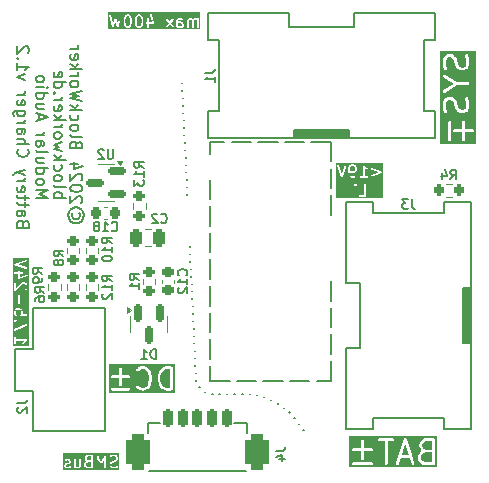
<source format=gbr>
%TF.GenerationSoftware,KiCad,Pcbnew,9.0.1*%
%TF.CreationDate,2025-04-26T18:30:10+02:00*%
%TF.ProjectId,BatteryCharger,42617474-6572-4794-9368-61726765722e,rev?*%
%TF.SameCoordinates,Original*%
%TF.FileFunction,Legend,Bot*%
%TF.FilePolarity,Positive*%
%FSLAX46Y46*%
G04 Gerber Fmt 4.6, Leading zero omitted, Abs format (unit mm)*
G04 Created by KiCad (PCBNEW 9.0.1) date 2025-04-26 18:30:10*
%MOMM*%
%LPD*%
G01*
G04 APERTURE LIST*
G04 Aperture macros list*
%AMRoundRect*
0 Rectangle with rounded corners*
0 $1 Rounding radius*
0 $2 $3 $4 $5 $6 $7 $8 $9 X,Y pos of 4 corners*
0 Add a 4 corners polygon primitive as box body*
4,1,4,$2,$3,$4,$5,$6,$7,$8,$9,$2,$3,0*
0 Add four circle primitives for the rounded corners*
1,1,$1+$1,$2,$3*
1,1,$1+$1,$4,$5*
1,1,$1+$1,$6,$7*
1,1,$1+$1,$8,$9*
0 Add four rect primitives between the rounded corners*
20,1,$1+$1,$2,$3,$4,$5,0*
20,1,$1+$1,$4,$5,$6,$7,0*
20,1,$1+$1,$6,$7,$8,$9,0*
20,1,$1+$1,$8,$9,$2,$3,0*%
G04 Aperture macros list end*
%ADD10C,0.150000*%
%ADD11C,0.250000*%
%ADD12C,0.120000*%
%ADD13C,0.500000*%
%ADD14C,0.000000*%
%ADD15C,3.500000*%
%ADD16C,1.540000*%
%ADD17C,2.800000*%
%ADD18RoundRect,0.225000X-0.250000X0.225000X-0.250000X-0.225000X0.250000X-0.225000X0.250000X0.225000X0*%
%ADD19RoundRect,0.250000X0.250000X0.475000X-0.250000X0.475000X-0.250000X-0.475000X0.250000X-0.475000X0*%
%ADD20RoundRect,0.200000X0.275000X-0.200000X0.275000X0.200000X-0.275000X0.200000X-0.275000X-0.200000X0*%
%ADD21RoundRect,0.200000X-0.275000X0.200000X-0.275000X-0.200000X0.275000X-0.200000X0.275000X0.200000X0*%
%ADD22RoundRect,0.200000X-0.200000X-0.275000X0.200000X-0.275000X0.200000X0.275000X-0.200000X0.275000X0*%
%ADD23C,3.000000*%
%ADD24C,1.600000*%
%ADD25C,1.800000*%
%ADD26RoundRect,0.225000X0.225000X0.250000X-0.225000X0.250000X-0.225000X-0.250000X0.225000X-0.250000X0*%
%ADD27RoundRect,0.200000X0.200000X0.600000X-0.200000X0.600000X-0.200000X-0.600000X0.200000X-0.600000X0*%
%ADD28RoundRect,0.525000X0.525000X0.975000X-0.525000X0.975000X-0.525000X-0.975000X0.525000X-0.975000X0*%
%ADD29RoundRect,0.150000X0.587500X0.150000X-0.587500X0.150000X-0.587500X-0.150000X0.587500X-0.150000X0*%
%ADD30RoundRect,0.150000X-0.150000X0.587500X-0.150000X-0.587500X0.150000X-0.587500X0.150000X0.587500X0*%
G04 APERTURE END LIST*
D10*
X154900000Y-116000000D02*
X154882000Y-115976000D01*
X154522000Y-115496000D02*
X154504000Y-115472000D01*
X154144000Y-114992000D02*
X154126000Y-114968000D01*
X147200000Y-112900000D02*
X147170001Y-112900030D01*
X146589840Y-112766505D02*
X146562872Y-112753363D01*
X146100209Y-112378719D02*
X146081747Y-112355073D01*
X145830500Y-111815360D02*
X145824291Y-111786010D01*
X157200000Y-91600000D02*
X157200000Y-93250000D01*
X157200000Y-93850000D02*
X157200000Y-95500000D01*
X157200000Y-96100000D02*
X157200000Y-97750000D01*
X145775974Y-111175325D02*
X145774538Y-111145359D01*
X145745817Y-110546047D02*
X145744381Y-110516082D01*
X145715660Y-109916769D02*
X145714224Y-109886804D01*
X145685503Y-109287492D02*
X145684067Y-109257526D01*
X145655346Y-108658214D02*
X145653910Y-108628248D01*
X145625189Y-108028936D02*
X145623753Y-107998970D01*
X145595032Y-107399658D02*
X145593595Y-107369693D01*
X145564874Y-106770380D02*
X145563438Y-106740415D01*
X145534717Y-106141103D02*
X145533281Y-106111137D01*
X145504560Y-105511825D02*
X145503124Y-105481859D01*
X145474403Y-104882547D02*
X145472967Y-104852581D01*
X145444246Y-104253269D02*
X145442810Y-104223304D01*
X145414089Y-103623991D02*
X145412653Y-103594026D01*
X145383932Y-102994714D02*
X145382496Y-102964748D01*
X145353775Y-102365436D02*
X145352339Y-102335470D01*
X145323618Y-101736158D02*
X145322182Y-101706192D01*
X145293461Y-101106880D02*
X145292025Y-101076915D01*
X145263304Y-100477602D02*
X145261868Y-100447637D01*
X147000000Y-111800000D02*
X148650000Y-111800000D01*
X149250000Y-111800000D02*
X150900000Y-111800000D01*
X151500000Y-111800000D02*
X153150000Y-111800000D01*
X153750000Y-111800000D02*
X155400000Y-111800000D01*
X156000000Y-111800000D02*
X157200000Y-111800000D01*
X147000000Y-91600000D02*
X147000000Y-92600000D01*
X145059091Y-96066237D02*
X145057638Y-96036272D01*
X145028573Y-95436977D02*
X145027120Y-95407012D01*
X144998056Y-94807716D02*
X144996602Y-94777751D01*
X144967538Y-94178456D02*
X144966085Y-94148491D01*
X144937020Y-93549195D02*
X144935567Y-93519231D01*
X144906502Y-92919935D02*
X144905049Y-92889970D01*
X144875985Y-92290675D02*
X144874532Y-92260710D01*
X144845467Y-91661414D02*
X144844014Y-91631449D01*
X144814949Y-91032154D02*
X144813496Y-91002189D01*
X144784432Y-90402893D02*
X144782978Y-90372928D01*
X144753914Y-89773633D02*
X144752461Y-89743668D01*
X144723396Y-89144372D02*
X144721943Y-89114408D01*
X144692879Y-88515112D02*
X144691425Y-88485147D01*
X144662361Y-87885852D02*
X144660908Y-87855887D01*
X144631843Y-87256591D02*
X144630390Y-87226626D01*
X144601325Y-86627331D02*
X144600000Y-86600000D01*
X157200000Y-111800000D02*
X157200000Y-110150000D01*
X157200000Y-109550000D02*
X157200000Y-107900000D01*
X157200000Y-107300000D02*
X157200000Y-105650000D01*
X157200000Y-105050000D02*
X157200000Y-103400000D01*
X149700000Y-112900000D02*
X149730000Y-112900023D01*
X150328800Y-112933364D02*
X150358617Y-112936672D01*
X150950166Y-113035376D02*
X150979441Y-113041928D01*
X151556626Y-113204809D02*
X151585008Y-113214527D01*
X152140889Y-113439626D02*
X152168036Y-113452394D01*
X152695928Y-113737003D02*
X152721515Y-113752667D01*
X153215070Y-114093365D02*
X153238788Y-114111736D01*
X153692072Y-114504426D02*
X153713636Y-114525283D01*
X154121198Y-114965244D02*
X154140348Y-114988336D01*
X147000000Y-94800000D02*
X147000000Y-96450000D01*
X147000000Y-97050000D02*
X147000000Y-98700000D01*
X147000000Y-99300000D02*
X147000000Y-100950000D01*
X147000000Y-101550000D02*
X147000000Y-103200000D01*
X147000000Y-103800000D02*
X147000000Y-105450000D01*
X147000000Y-106050000D02*
X147000000Y-107700000D01*
X147000000Y-108300000D02*
X147000000Y-109950000D01*
X147000000Y-110550000D02*
X147000000Y-111800000D01*
X149700000Y-112900000D02*
X149670000Y-112900000D01*
X149070000Y-112900000D02*
X149040000Y-112900000D01*
X148440000Y-112900000D02*
X148410000Y-112900000D01*
X147810000Y-112900000D02*
X147780000Y-112900000D01*
X157200000Y-91600000D02*
X155550000Y-91600000D01*
X154950000Y-91600000D02*
X153300000Y-91600000D01*
X152700000Y-91600000D02*
X151050000Y-91600000D01*
X150450000Y-91600000D02*
X148800000Y-91600000D01*
X148200000Y-91600000D02*
X147000000Y-91600000D01*
G36*
X140112715Y-80964077D02*
G01*
X140143122Y-80994484D01*
X140181615Y-81071471D01*
X140224999Y-81245005D01*
X140224999Y-81464632D01*
X140181615Y-81638166D01*
X140143121Y-81715153D01*
X140112714Y-81745561D01*
X140044199Y-81779819D01*
X139984371Y-81779819D01*
X139915855Y-81745561D01*
X139885448Y-81715153D01*
X139846954Y-81638166D01*
X139803571Y-81464632D01*
X139803571Y-81245005D01*
X139846954Y-81071471D01*
X139885448Y-80994484D01*
X139915855Y-80964077D01*
X139984371Y-80929819D01*
X140044199Y-80929819D01*
X140112715Y-80964077D01*
G37*
G36*
X141065096Y-80964077D02*
G01*
X141095503Y-80994484D01*
X141133996Y-81071471D01*
X141177380Y-81245005D01*
X141177380Y-81464632D01*
X141133996Y-81638166D01*
X141095502Y-81715153D01*
X141065095Y-81745561D01*
X140996580Y-81779819D01*
X140936752Y-81779819D01*
X140868236Y-81745561D01*
X140837829Y-81715153D01*
X140799335Y-81638166D01*
X140755952Y-81464632D01*
X140755952Y-81245005D01*
X140799335Y-81071471D01*
X140837829Y-80994484D01*
X140868236Y-80964077D01*
X140936752Y-80929819D01*
X140996580Y-80929819D01*
X141065096Y-80964077D01*
G37*
G36*
X144280190Y-81546203D02*
G01*
X144282879Y-81546394D01*
X144285368Y-81547425D01*
X144300000Y-81548866D01*
X144520390Y-81548866D01*
X144577431Y-81577386D01*
X144605952Y-81634428D01*
X144605952Y-81694256D01*
X144577431Y-81751298D01*
X144520390Y-81779819D01*
X144317705Y-81779819D01*
X144279762Y-81760847D01*
X144279762Y-81546039D01*
X144280190Y-81546203D01*
G37*
G36*
X146152777Y-82040930D02*
G01*
X138352036Y-82040930D01*
X138352036Y-80857623D01*
X138463147Y-80857623D01*
X138465135Y-80872191D01*
X138703230Y-81872191D01*
X138704959Y-81877210D01*
X138705199Y-81879012D01*
X138706141Y-81880640D01*
X138708020Y-81886091D01*
X138714406Y-81894915D01*
X138719861Y-81904337D01*
X138722918Y-81906677D01*
X138725177Y-81909798D01*
X138734452Y-81915505D01*
X138743099Y-81922124D01*
X138746819Y-81923116D01*
X138750099Y-81925134D01*
X138760853Y-81926858D01*
X138771375Y-81929664D01*
X138775190Y-81929157D01*
X138778994Y-81929767D01*
X138789592Y-81927243D01*
X138800383Y-81925810D01*
X138803714Y-81923881D01*
X138807462Y-81922989D01*
X138816286Y-81916602D01*
X138825708Y-81911148D01*
X138828048Y-81908090D01*
X138831169Y-81905832D01*
X138836876Y-81896556D01*
X138843495Y-81887910D01*
X138845520Y-81882510D01*
X138846505Y-81880910D01*
X138846792Y-81879118D01*
X138848658Y-81874144D01*
X138966665Y-81431613D01*
X139084674Y-81874144D01*
X139086539Y-81879119D01*
X139086827Y-81880910D01*
X139087811Y-81882509D01*
X139089837Y-81887911D01*
X139096457Y-81896559D01*
X139102163Y-81905832D01*
X139105283Y-81908090D01*
X139107624Y-81911148D01*
X139117045Y-81916602D01*
X139125870Y-81922989D01*
X139129617Y-81923881D01*
X139132949Y-81925810D01*
X139143742Y-81927244D01*
X139154338Y-81929767D01*
X139158139Y-81929157D01*
X139161958Y-81929665D01*
X139172489Y-81926856D01*
X139183233Y-81925134D01*
X139186509Y-81923118D01*
X139190233Y-81922125D01*
X139198883Y-81915503D01*
X139208155Y-81909798D01*
X139210413Y-81906677D01*
X139213471Y-81904337D01*
X139218926Y-81894914D01*
X139225312Y-81886091D01*
X139227189Y-81880642D01*
X139228133Y-81879013D01*
X139228372Y-81877209D01*
X139230102Y-81872191D01*
X139381630Y-81235771D01*
X139653571Y-81235771D01*
X139653571Y-81473866D01*
X139653822Y-81476419D01*
X139653660Y-81477512D01*
X139654469Y-81482985D01*
X139655012Y-81488498D01*
X139655434Y-81489519D01*
X139655810Y-81492056D01*
X139703429Y-81682532D01*
X139703814Y-81683611D01*
X139703853Y-81684151D01*
X139706180Y-81690232D01*
X139708376Y-81696378D01*
X139708698Y-81696813D01*
X139709108Y-81697883D01*
X139756727Y-81793121D01*
X139760690Y-81799417D01*
X139761448Y-81801247D01*
X139763137Y-81803305D01*
X139764559Y-81805564D01*
X139766057Y-81806863D01*
X139770775Y-81812612D01*
X139818394Y-81860232D01*
X139824143Y-81864950D01*
X139825444Y-81866450D01*
X139827703Y-81867872D01*
X139829760Y-81869560D01*
X139831587Y-81870317D01*
X139837887Y-81874282D01*
X139933125Y-81921901D01*
X139946856Y-81927156D01*
X139949545Y-81927347D01*
X139952034Y-81928378D01*
X139966666Y-81929819D01*
X140061904Y-81929819D01*
X140076536Y-81928378D01*
X140079025Y-81927346D01*
X140081713Y-81927156D01*
X140095445Y-81921901D01*
X140190683Y-81874282D01*
X140196982Y-81870317D01*
X140198810Y-81869560D01*
X140200866Y-81867872D01*
X140203126Y-81866450D01*
X140204426Y-81864950D01*
X140210176Y-81860232D01*
X140257794Y-81812613D01*
X140262512Y-81806863D01*
X140264011Y-81805564D01*
X140265432Y-81803305D01*
X140267122Y-81801247D01*
X140267879Y-81799417D01*
X140271843Y-81793121D01*
X140319462Y-81697883D01*
X140319871Y-81696813D01*
X140320194Y-81696378D01*
X140322386Y-81690241D01*
X140324717Y-81684152D01*
X140324755Y-81683611D01*
X140325141Y-81682532D01*
X140372760Y-81492056D01*
X140373135Y-81489519D01*
X140373558Y-81488498D01*
X140374100Y-81482985D01*
X140374910Y-81477512D01*
X140374747Y-81476419D01*
X140374999Y-81473866D01*
X140374999Y-81235771D01*
X140605952Y-81235771D01*
X140605952Y-81473866D01*
X140606203Y-81476419D01*
X140606041Y-81477512D01*
X140606850Y-81482985D01*
X140607393Y-81488498D01*
X140607815Y-81489519D01*
X140608191Y-81492056D01*
X140655810Y-81682532D01*
X140656195Y-81683611D01*
X140656234Y-81684151D01*
X140658561Y-81690232D01*
X140660757Y-81696378D01*
X140661079Y-81696813D01*
X140661489Y-81697883D01*
X140709108Y-81793121D01*
X140713071Y-81799417D01*
X140713829Y-81801247D01*
X140715518Y-81803305D01*
X140716940Y-81805564D01*
X140718438Y-81806863D01*
X140723156Y-81812612D01*
X140770775Y-81860232D01*
X140776524Y-81864950D01*
X140777825Y-81866450D01*
X140780084Y-81867872D01*
X140782141Y-81869560D01*
X140783968Y-81870317D01*
X140790268Y-81874282D01*
X140885506Y-81921901D01*
X140899237Y-81927156D01*
X140901926Y-81927347D01*
X140904415Y-81928378D01*
X140919047Y-81929819D01*
X141014285Y-81929819D01*
X141028917Y-81928378D01*
X141031406Y-81927346D01*
X141034094Y-81927156D01*
X141047826Y-81921901D01*
X141143064Y-81874282D01*
X141149363Y-81870317D01*
X141151191Y-81869560D01*
X141153247Y-81867872D01*
X141155507Y-81866450D01*
X141156807Y-81864950D01*
X141162557Y-81860232D01*
X141210175Y-81812613D01*
X141214893Y-81806863D01*
X141216392Y-81805564D01*
X141217813Y-81803305D01*
X141219503Y-81801247D01*
X141220260Y-81799417D01*
X141224224Y-81793121D01*
X141271843Y-81697883D01*
X141272252Y-81696813D01*
X141272575Y-81696378D01*
X141274767Y-81690241D01*
X141277098Y-81684152D01*
X141277136Y-81683611D01*
X141277522Y-81682532D01*
X141321442Y-81506853D01*
X141512155Y-81506853D01*
X141512155Y-81536117D01*
X141523354Y-81563153D01*
X141544046Y-81583845D01*
X141571082Y-81595044D01*
X141585714Y-81596485D01*
X141653571Y-81596485D01*
X141653571Y-81854819D01*
X141655012Y-81869451D01*
X141666211Y-81896487D01*
X141686903Y-81917179D01*
X141713939Y-81928378D01*
X141743203Y-81928378D01*
X141770239Y-81917179D01*
X141790931Y-81896487D01*
X141802130Y-81869451D01*
X141803571Y-81854819D01*
X141803571Y-81596485D01*
X142204761Y-81596485D01*
X142212166Y-81595755D01*
X142214141Y-81595896D01*
X142215566Y-81595420D01*
X142219393Y-81595044D01*
X142230502Y-81590442D01*
X142241903Y-81586642D01*
X142243938Y-81584876D01*
X142246429Y-81583845D01*
X142254931Y-81575342D01*
X142264011Y-81567468D01*
X142265215Y-81565058D01*
X142267121Y-81563153D01*
X142271723Y-81552041D01*
X142277097Y-81541294D01*
X142277287Y-81538608D01*
X142278320Y-81536117D01*
X142278320Y-81524089D01*
X142279172Y-81512104D01*
X142278320Y-81508357D01*
X142278320Y-81506853D01*
X142277561Y-81505022D01*
X142275912Y-81497767D01*
X142174628Y-81193915D01*
X143225222Y-81193915D01*
X143233119Y-81222093D01*
X143241026Y-81234489D01*
X143466522Y-81521485D01*
X143241026Y-81808482D01*
X143233119Y-81820878D01*
X143225222Y-81849056D01*
X143228708Y-81878110D01*
X143243048Y-81903620D01*
X143266059Y-81921700D01*
X143294237Y-81929597D01*
X143323291Y-81926111D01*
X143348801Y-81911771D01*
X143358974Y-81901156D01*
X143561904Y-81642880D01*
X143764835Y-81901156D01*
X143775008Y-81911771D01*
X143800518Y-81926111D01*
X143829572Y-81929597D01*
X143857750Y-81921700D01*
X143880761Y-81903620D01*
X143895101Y-81878110D01*
X143898587Y-81849056D01*
X143890690Y-81820878D01*
X143882783Y-81808482D01*
X143657286Y-81521485D01*
X143806946Y-81331009D01*
X144129762Y-81331009D01*
X144129762Y-81854819D01*
X144131203Y-81869451D01*
X144142402Y-81896487D01*
X144163094Y-81917179D01*
X144190130Y-81928378D01*
X144219394Y-81928378D01*
X144246430Y-81917179D01*
X144249958Y-81913650D01*
X144266459Y-81921901D01*
X144280190Y-81927156D01*
X144282879Y-81927347D01*
X144285368Y-81928378D01*
X144300000Y-81929819D01*
X144538095Y-81929819D01*
X144552727Y-81928378D01*
X144555216Y-81927346D01*
X144557904Y-81927156D01*
X144571636Y-81921901D01*
X144666874Y-81874282D01*
X144669321Y-81872741D01*
X144670475Y-81872357D01*
X144671911Y-81871111D01*
X144679317Y-81866450D01*
X144685478Y-81859345D01*
X144692583Y-81853184D01*
X144697244Y-81845778D01*
X144698490Y-81844342D01*
X144698874Y-81843188D01*
X144700415Y-81840741D01*
X144748034Y-81745502D01*
X144753289Y-81731770D01*
X144753479Y-81729082D01*
X144754511Y-81726593D01*
X144755952Y-81711961D01*
X144755952Y-81616723D01*
X144754511Y-81602091D01*
X144753480Y-81599602D01*
X144753289Y-81596913D01*
X144748034Y-81583182D01*
X144700415Y-81487944D01*
X144698874Y-81485496D01*
X144698490Y-81484343D01*
X144697244Y-81482906D01*
X144692583Y-81475501D01*
X144685478Y-81469339D01*
X144679317Y-81462235D01*
X144671911Y-81457573D01*
X144670475Y-81456328D01*
X144669321Y-81455943D01*
X144666874Y-81454403D01*
X144571636Y-81406784D01*
X144557904Y-81401529D01*
X144555216Y-81401338D01*
X144552727Y-81400307D01*
X144538095Y-81398866D01*
X144317705Y-81398866D01*
X144279762Y-81379894D01*
X144279762Y-81348714D01*
X144288614Y-81331009D01*
X145034523Y-81331009D01*
X145034523Y-81854819D01*
X145035964Y-81869451D01*
X145047163Y-81896487D01*
X145067855Y-81917179D01*
X145094891Y-81928378D01*
X145124155Y-81928378D01*
X145151191Y-81917179D01*
X145171883Y-81896487D01*
X145183082Y-81869451D01*
X145184523Y-81854819D01*
X145184523Y-81348714D01*
X145213043Y-81291672D01*
X145270086Y-81263152D01*
X145377533Y-81263152D01*
X145434574Y-81291672D01*
X145463095Y-81348714D01*
X145463095Y-81854819D01*
X145464536Y-81869451D01*
X145475735Y-81896487D01*
X145496427Y-81917179D01*
X145523463Y-81928378D01*
X145552727Y-81928378D01*
X145579763Y-81917179D01*
X145600455Y-81896487D01*
X145611654Y-81869451D01*
X145613095Y-81854819D01*
X145613095Y-81348714D01*
X145641615Y-81291672D01*
X145698657Y-81263152D01*
X145806104Y-81263152D01*
X145874620Y-81297410D01*
X145891666Y-81314456D01*
X145891666Y-81854819D01*
X145893107Y-81869451D01*
X145904306Y-81896487D01*
X145924998Y-81917179D01*
X145952034Y-81928378D01*
X145981298Y-81928378D01*
X146008334Y-81917179D01*
X146029026Y-81896487D01*
X146040225Y-81869451D01*
X146041666Y-81854819D01*
X146041666Y-81188152D01*
X146040225Y-81173520D01*
X146029026Y-81146484D01*
X146008334Y-81125792D01*
X145981298Y-81114593D01*
X145952034Y-81114593D01*
X145924998Y-81125792D01*
X145905596Y-81145193D01*
X145857350Y-81121070D01*
X145843618Y-81115815D01*
X145840930Y-81115624D01*
X145838441Y-81114593D01*
X145823809Y-81113152D01*
X145680952Y-81113152D01*
X145666320Y-81114593D01*
X145663831Y-81115623D01*
X145661142Y-81115815D01*
X145647411Y-81121070D01*
X145552173Y-81168689D01*
X145549725Y-81170229D01*
X145548572Y-81170614D01*
X145547135Y-81171859D01*
X145539730Y-81176521D01*
X145538095Y-81178406D01*
X145536460Y-81176521D01*
X145529054Y-81171859D01*
X145527618Y-81170614D01*
X145526464Y-81170229D01*
X145524017Y-81168689D01*
X145428779Y-81121070D01*
X145415047Y-81115815D01*
X145412359Y-81115624D01*
X145409870Y-81114593D01*
X145395238Y-81113152D01*
X145252381Y-81113152D01*
X145237749Y-81114593D01*
X145235259Y-81115624D01*
X145232572Y-81115815D01*
X145218840Y-81121070D01*
X145123601Y-81168689D01*
X145121153Y-81170229D01*
X145120000Y-81170614D01*
X145118563Y-81171859D01*
X145111158Y-81176521D01*
X145104996Y-81183625D01*
X145097892Y-81189787D01*
X145093230Y-81197192D01*
X145091985Y-81198629D01*
X145091600Y-81199782D01*
X145090060Y-81202230D01*
X145042441Y-81297468D01*
X145037186Y-81311200D01*
X145036995Y-81313887D01*
X145035964Y-81316377D01*
X145034523Y-81331009D01*
X144288614Y-81331009D01*
X144308282Y-81291672D01*
X144365324Y-81263152D01*
X144520390Y-81263152D01*
X144599792Y-81302853D01*
X144613523Y-81308108D01*
X144642713Y-81310182D01*
X144670475Y-81300928D01*
X144692582Y-81281755D01*
X144705670Y-81255580D01*
X144707744Y-81226390D01*
X144698490Y-81198629D01*
X144679317Y-81176521D01*
X144666874Y-81168689D01*
X144571636Y-81121070D01*
X144557904Y-81115815D01*
X144555216Y-81115624D01*
X144552727Y-81114593D01*
X144538095Y-81113152D01*
X144347619Y-81113152D01*
X144332987Y-81114593D01*
X144330498Y-81115623D01*
X144327809Y-81115815D01*
X144314078Y-81121070D01*
X144218840Y-81168689D01*
X144216392Y-81170229D01*
X144215239Y-81170614D01*
X144213802Y-81171859D01*
X144206397Y-81176521D01*
X144200235Y-81183625D01*
X144193131Y-81189787D01*
X144188469Y-81197192D01*
X144187224Y-81198629D01*
X144186839Y-81199782D01*
X144185299Y-81202230D01*
X144137680Y-81297468D01*
X144132425Y-81311200D01*
X144132234Y-81313887D01*
X144131203Y-81316377D01*
X144129762Y-81331009D01*
X143806946Y-81331009D01*
X143882783Y-81234489D01*
X143890690Y-81222093D01*
X143898587Y-81193915D01*
X143895101Y-81164861D01*
X143880761Y-81139351D01*
X143857750Y-81121271D01*
X143829572Y-81113374D01*
X143800518Y-81116860D01*
X143775008Y-81131200D01*
X143764835Y-81141815D01*
X143561904Y-81400090D01*
X143358974Y-81141815D01*
X143348801Y-81131200D01*
X143323291Y-81116860D01*
X143294237Y-81113374D01*
X143266059Y-81121271D01*
X143243048Y-81139351D01*
X143228708Y-81164861D01*
X143225222Y-81193915D01*
X142174628Y-81193915D01*
X142037817Y-80783483D01*
X142031823Y-80770057D01*
X142012649Y-80747950D01*
X141986476Y-80734864D01*
X141957286Y-80732789D01*
X141929523Y-80742043D01*
X141907416Y-80761217D01*
X141894330Y-80787390D01*
X141892255Y-80816580D01*
X141895515Y-80830917D01*
X142100704Y-81446485D01*
X141803571Y-81446485D01*
X141803571Y-81188152D01*
X141802130Y-81173520D01*
X141790931Y-81146484D01*
X141770239Y-81125792D01*
X141743203Y-81114593D01*
X141713939Y-81114593D01*
X141686903Y-81125792D01*
X141666211Y-81146484D01*
X141655012Y-81173520D01*
X141653571Y-81188152D01*
X141653571Y-81446485D01*
X141585714Y-81446485D01*
X141571082Y-81447926D01*
X141544046Y-81459125D01*
X141523354Y-81479817D01*
X141512155Y-81506853D01*
X141321442Y-81506853D01*
X141325141Y-81492056D01*
X141325516Y-81489519D01*
X141325939Y-81488498D01*
X141326481Y-81482985D01*
X141327291Y-81477512D01*
X141327128Y-81476419D01*
X141327380Y-81473866D01*
X141327380Y-81235771D01*
X141327128Y-81233217D01*
X141327291Y-81232125D01*
X141326481Y-81226651D01*
X141325939Y-81221139D01*
X141325516Y-81220117D01*
X141325141Y-81217581D01*
X141277522Y-81027105D01*
X141277136Y-81026025D01*
X141277098Y-81025485D01*
X141274767Y-81019395D01*
X141272575Y-81013259D01*
X141272252Y-81012823D01*
X141271843Y-81011754D01*
X141224224Y-80916516D01*
X141220259Y-80910216D01*
X141219502Y-80908389D01*
X141217813Y-80906332D01*
X141216392Y-80904073D01*
X141214893Y-80902773D01*
X141210175Y-80897024D01*
X141162556Y-80849405D01*
X141156806Y-80844686D01*
X141155507Y-80843188D01*
X141153247Y-80841766D01*
X141151191Y-80840078D01*
X141149363Y-80839320D01*
X141143064Y-80835356D01*
X141047826Y-80787737D01*
X141034094Y-80782482D01*
X141031406Y-80782291D01*
X141028917Y-80781260D01*
X141014285Y-80779819D01*
X140919047Y-80779819D01*
X140904415Y-80781260D01*
X140901926Y-80782290D01*
X140899237Y-80782482D01*
X140885506Y-80787737D01*
X140790268Y-80835356D01*
X140783968Y-80839320D01*
X140782141Y-80840078D01*
X140780084Y-80841766D01*
X140777825Y-80843188D01*
X140776525Y-80844686D01*
X140770776Y-80849405D01*
X140723157Y-80897024D01*
X140718438Y-80902773D01*
X140716940Y-80904073D01*
X140715518Y-80906332D01*
X140713830Y-80908389D01*
X140713072Y-80910216D01*
X140709108Y-80916516D01*
X140661489Y-81011754D01*
X140661079Y-81012823D01*
X140660757Y-81013259D01*
X140658561Y-81019404D01*
X140656234Y-81025486D01*
X140656195Y-81026025D01*
X140655810Y-81027105D01*
X140608191Y-81217581D01*
X140607815Y-81220117D01*
X140607393Y-81221139D01*
X140606850Y-81226651D01*
X140606041Y-81232125D01*
X140606203Y-81233217D01*
X140605952Y-81235771D01*
X140374999Y-81235771D01*
X140374747Y-81233217D01*
X140374910Y-81232125D01*
X140374100Y-81226651D01*
X140373558Y-81221139D01*
X140373135Y-81220117D01*
X140372760Y-81217581D01*
X140325141Y-81027105D01*
X140324755Y-81026025D01*
X140324717Y-81025485D01*
X140322386Y-81019395D01*
X140320194Y-81013259D01*
X140319871Y-81012823D01*
X140319462Y-81011754D01*
X140271843Y-80916516D01*
X140267878Y-80910216D01*
X140267121Y-80908389D01*
X140265432Y-80906332D01*
X140264011Y-80904073D01*
X140262512Y-80902773D01*
X140257794Y-80897024D01*
X140210175Y-80849405D01*
X140204425Y-80844686D01*
X140203126Y-80843188D01*
X140200866Y-80841766D01*
X140198810Y-80840078D01*
X140196982Y-80839320D01*
X140190683Y-80835356D01*
X140095445Y-80787737D01*
X140081713Y-80782482D01*
X140079025Y-80782291D01*
X140076536Y-80781260D01*
X140061904Y-80779819D01*
X139966666Y-80779819D01*
X139952034Y-80781260D01*
X139949545Y-80782290D01*
X139946856Y-80782482D01*
X139933125Y-80787737D01*
X139837887Y-80835356D01*
X139831587Y-80839320D01*
X139829760Y-80840078D01*
X139827703Y-80841766D01*
X139825444Y-80843188D01*
X139824144Y-80844686D01*
X139818395Y-80849405D01*
X139770776Y-80897024D01*
X139766057Y-80902773D01*
X139764559Y-80904073D01*
X139763137Y-80906332D01*
X139761449Y-80908389D01*
X139760691Y-80910216D01*
X139756727Y-80916516D01*
X139709108Y-81011754D01*
X139708698Y-81012823D01*
X139708376Y-81013259D01*
X139706180Y-81019404D01*
X139703853Y-81025486D01*
X139703814Y-81026025D01*
X139703429Y-81027105D01*
X139655810Y-81217581D01*
X139655434Y-81220117D01*
X139655012Y-81221139D01*
X139654469Y-81226651D01*
X139653660Y-81232125D01*
X139653822Y-81233217D01*
X139653571Y-81235771D01*
X139381630Y-81235771D01*
X139468197Y-80872190D01*
X139470185Y-80857623D01*
X139465552Y-80828728D01*
X139450216Y-80803806D01*
X139426509Y-80786649D01*
X139398041Y-80779871D01*
X139369146Y-80784504D01*
X139344224Y-80799840D01*
X139327067Y-80823547D01*
X139322277Y-80837447D01*
X139153025Y-81548303D01*
X139039134Y-81121208D01*
X139037848Y-81117780D01*
X139037657Y-81116339D01*
X139036665Y-81114626D01*
X139033971Y-81107442D01*
X139027956Y-81099583D01*
X139022995Y-81091015D01*
X139019136Y-81088061D01*
X139016184Y-81084204D01*
X139007619Y-81079245D01*
X138999757Y-81073227D01*
X138995060Y-81071974D01*
X138990859Y-81069542D01*
X138981052Y-81068239D01*
X138971482Y-81065687D01*
X138966663Y-81066327D01*
X138961851Y-81065688D01*
X138952290Y-81068237D01*
X138942473Y-81069542D01*
X138938267Y-81071976D01*
X138933575Y-81073228D01*
X138925715Y-81079243D01*
X138917148Y-81084204D01*
X138914194Y-81088062D01*
X138910337Y-81091015D01*
X138905378Y-81099580D01*
X138899361Y-81107441D01*
X138896664Y-81114630D01*
X138895675Y-81116340D01*
X138895483Y-81117779D01*
X138894198Y-81121208D01*
X138780306Y-81548303D01*
X138611055Y-80837447D01*
X138606265Y-80823547D01*
X138589108Y-80799840D01*
X138564186Y-80784504D01*
X138535291Y-80779871D01*
X138506823Y-80786649D01*
X138483116Y-80803806D01*
X138467780Y-80828728D01*
X138463147Y-80857623D01*
X138352036Y-80857623D01*
X138352036Y-80621678D01*
X146152777Y-80621678D01*
X146152777Y-82040930D01*
G37*
D11*
G36*
X169538010Y-91768630D02*
G01*
X166465016Y-91768630D01*
X166465016Y-89900000D01*
X167163428Y-89900000D01*
X167163428Y-91423810D01*
X167165830Y-91448196D01*
X167184494Y-91493256D01*
X167218982Y-91527744D01*
X167264042Y-91546408D01*
X167312814Y-91546408D01*
X167357874Y-91527744D01*
X167392362Y-91493256D01*
X167411026Y-91448196D01*
X167413428Y-91423810D01*
X167413428Y-90637519D01*
X167546782Y-90637519D01*
X167546782Y-90686291D01*
X167565446Y-90731351D01*
X167599934Y-90765839D01*
X167644994Y-90784503D01*
X167669380Y-90786905D01*
X168306285Y-90786905D01*
X168306285Y-91423810D01*
X168308687Y-91448196D01*
X168327351Y-91493256D01*
X168361839Y-91527744D01*
X168406899Y-91546408D01*
X168455671Y-91546408D01*
X168500731Y-91527744D01*
X168535219Y-91493256D01*
X168553883Y-91448196D01*
X168556285Y-91423810D01*
X168556285Y-90786905D01*
X169193190Y-90786905D01*
X169217576Y-90784503D01*
X169262636Y-90765839D01*
X169297124Y-90731351D01*
X169315788Y-90686291D01*
X169315788Y-90637519D01*
X169297124Y-90592459D01*
X169262636Y-90557971D01*
X169217576Y-90539307D01*
X169193190Y-90536905D01*
X168556285Y-90536905D01*
X168556285Y-89900000D01*
X168553883Y-89875614D01*
X168535219Y-89830554D01*
X168500731Y-89796066D01*
X168455671Y-89777402D01*
X168406899Y-89777402D01*
X168361839Y-89796066D01*
X168327351Y-89830554D01*
X168308687Y-89875614D01*
X168306285Y-89900000D01*
X168306285Y-90536905D01*
X167669380Y-90536905D01*
X167644994Y-90539307D01*
X167599934Y-90557971D01*
X167565446Y-90592459D01*
X167546782Y-90637519D01*
X167413428Y-90637519D01*
X167413428Y-89900000D01*
X167411026Y-89875614D01*
X167392362Y-89830554D01*
X167357874Y-89796066D01*
X167312814Y-89777402D01*
X167264042Y-89777402D01*
X167218982Y-89796066D01*
X167184494Y-89830554D01*
X167165830Y-89875614D01*
X167163428Y-89900000D01*
X166465016Y-89900000D01*
X166465016Y-88280952D01*
X166687238Y-88280952D01*
X166687238Y-88757143D01*
X166688453Y-88769486D01*
X166688220Y-88772777D01*
X166689204Y-88777106D01*
X166689640Y-88781529D01*
X166690903Y-88784580D01*
X166693653Y-88796671D01*
X166788891Y-89082385D01*
X166798881Y-89104760D01*
X166830836Y-89141606D01*
X166874461Y-89163418D01*
X166923110Y-89166875D01*
X166969379Y-89151452D01*
X167006225Y-89119497D01*
X167028037Y-89075872D01*
X167031494Y-89027223D01*
X167026061Y-89003329D01*
X166937238Y-88736860D01*
X166937238Y-88310460D01*
X167010208Y-88164519D01*
X167076758Y-88097970D01*
X167222698Y-88025000D01*
X167354158Y-88025000D01*
X167500098Y-88097970D01*
X167566648Y-88164520D01*
X167646678Y-88324579D01*
X167738589Y-88692222D01*
X167739232Y-88694021D01*
X167739296Y-88694921D01*
X167743178Y-88705067D01*
X167746834Y-88715297D01*
X167747370Y-88716021D01*
X167748054Y-88717807D01*
X167843292Y-88908283D01*
X167849899Y-88918779D01*
X167851162Y-88921827D01*
X167853978Y-88925258D01*
X167856346Y-88929020D01*
X167858840Y-88931183D01*
X167866707Y-88940769D01*
X167961945Y-89036007D01*
X167971530Y-89043873D01*
X167973694Y-89046368D01*
X167977455Y-89048735D01*
X167980887Y-89051552D01*
X167983934Y-89052814D01*
X167994431Y-89059422D01*
X168184908Y-89154661D01*
X168207793Y-89163418D01*
X168212274Y-89163736D01*
X168216423Y-89165455D01*
X168240809Y-89167857D01*
X168431285Y-89167857D01*
X168455671Y-89165455D01*
X168459819Y-89163736D01*
X168464301Y-89163418D01*
X168487187Y-89154660D01*
X168677663Y-89059422D01*
X168688155Y-89052816D01*
X168691207Y-89051553D01*
X168694643Y-89048732D01*
X168698400Y-89046368D01*
X168700560Y-89043876D01*
X168710149Y-89036008D01*
X168805388Y-88940770D01*
X168813257Y-88931181D01*
X168815749Y-88929020D01*
X168818114Y-88925262D01*
X168820933Y-88921828D01*
X168822196Y-88918777D01*
X168828803Y-88908283D01*
X168924042Y-88717806D01*
X168932799Y-88694921D01*
X168933117Y-88690439D01*
X168934836Y-88686291D01*
X168937238Y-88661905D01*
X168937238Y-88185714D01*
X168936022Y-88173370D01*
X168936256Y-88170080D01*
X168935271Y-88165750D01*
X168934836Y-88161328D01*
X168933572Y-88158276D01*
X168930823Y-88146186D01*
X168835585Y-87860472D01*
X168825595Y-87838097D01*
X168793640Y-87801251D01*
X168750015Y-87779439D01*
X168701366Y-87775982D01*
X168655097Y-87791405D01*
X168618251Y-87823360D01*
X168596439Y-87866985D01*
X168592982Y-87915634D01*
X168598415Y-87939528D01*
X168687238Y-88205997D01*
X168687238Y-88632397D01*
X168614269Y-88778334D01*
X168547716Y-88844886D01*
X168401777Y-88917857D01*
X168270317Y-88917857D01*
X168124377Y-88844887D01*
X168057827Y-88778337D01*
X167977797Y-88618277D01*
X167885887Y-88250635D01*
X167885244Y-88248835D01*
X167885180Y-88247935D01*
X167881294Y-88237780D01*
X167877642Y-88227560D01*
X167877105Y-88226835D01*
X167876422Y-88225050D01*
X167781183Y-88034574D01*
X167774575Y-88024077D01*
X167773313Y-88021030D01*
X167770496Y-88017598D01*
X167768129Y-88013837D01*
X167765634Y-88011673D01*
X167757768Y-88002088D01*
X167662530Y-87906850D01*
X167652944Y-87898983D01*
X167650781Y-87896489D01*
X167647019Y-87894121D01*
X167643588Y-87891305D01*
X167640540Y-87890042D01*
X167630044Y-87883435D01*
X167439568Y-87788197D01*
X167416682Y-87779439D01*
X167412200Y-87779120D01*
X167408052Y-87777402D01*
X167383666Y-87775000D01*
X167193190Y-87775000D01*
X167168804Y-87777402D01*
X167164655Y-87779120D01*
X167160174Y-87779439D01*
X167137289Y-87788196D01*
X166946812Y-87883435D01*
X166936315Y-87890042D01*
X166933268Y-87891305D01*
X166929836Y-87894121D01*
X166926075Y-87896489D01*
X166923911Y-87898983D01*
X166914326Y-87906850D01*
X166819088Y-88002088D01*
X166811221Y-88011673D01*
X166808727Y-88013837D01*
X166806359Y-88017598D01*
X166803543Y-88021030D01*
X166802280Y-88024077D01*
X166795673Y-88034574D01*
X166700435Y-88225050D01*
X166691677Y-88247936D01*
X166691358Y-88252417D01*
X166689640Y-88256566D01*
X166687238Y-88280952D01*
X166465016Y-88280952D01*
X166465016Y-85998027D01*
X166687269Y-85998027D01*
X166697849Y-86045639D01*
X166725845Y-86085577D01*
X166745129Y-86100696D01*
X167627028Y-86661903D01*
X166745129Y-87223113D01*
X166725845Y-87238232D01*
X166697849Y-87278170D01*
X166687269Y-87325782D01*
X166695715Y-87373817D01*
X166721899Y-87414964D01*
X166761837Y-87442960D01*
X166809449Y-87453540D01*
X166857484Y-87445094D01*
X166879347Y-87434029D01*
X167896257Y-86786904D01*
X168812238Y-86786904D01*
X168836624Y-86784502D01*
X168881684Y-86765838D01*
X168916172Y-86731350D01*
X168934836Y-86686290D01*
X168934836Y-86637518D01*
X168916172Y-86592458D01*
X168881684Y-86557970D01*
X168836624Y-86539306D01*
X168812238Y-86536904D01*
X167896257Y-86536904D01*
X166879347Y-85889780D01*
X166857484Y-85878715D01*
X166809449Y-85870269D01*
X166761837Y-85880849D01*
X166721899Y-85908845D01*
X166695715Y-85949992D01*
X166687269Y-85998027D01*
X166465016Y-85998027D01*
X166465016Y-84661904D01*
X166687238Y-84661904D01*
X166687238Y-85138095D01*
X166688453Y-85150438D01*
X166688220Y-85153729D01*
X166689204Y-85158058D01*
X166689640Y-85162481D01*
X166690903Y-85165532D01*
X166693653Y-85177623D01*
X166788891Y-85463337D01*
X166798881Y-85485712D01*
X166830836Y-85522558D01*
X166874461Y-85544370D01*
X166923110Y-85547827D01*
X166969379Y-85532404D01*
X167006225Y-85500449D01*
X167028037Y-85456824D01*
X167031494Y-85408175D01*
X167026061Y-85384281D01*
X166937238Y-85117812D01*
X166937238Y-84691412D01*
X167010208Y-84545471D01*
X167076758Y-84478922D01*
X167222698Y-84405952D01*
X167354158Y-84405952D01*
X167500098Y-84478922D01*
X167566648Y-84545472D01*
X167646678Y-84705531D01*
X167738589Y-85073174D01*
X167739232Y-85074973D01*
X167739296Y-85075873D01*
X167743178Y-85086019D01*
X167746834Y-85096249D01*
X167747370Y-85096973D01*
X167748054Y-85098759D01*
X167843292Y-85289235D01*
X167849899Y-85299731D01*
X167851162Y-85302779D01*
X167853978Y-85306210D01*
X167856346Y-85309972D01*
X167858840Y-85312135D01*
X167866707Y-85321721D01*
X167961945Y-85416959D01*
X167971530Y-85424825D01*
X167973694Y-85427320D01*
X167977455Y-85429687D01*
X167980887Y-85432504D01*
X167983934Y-85433766D01*
X167994431Y-85440374D01*
X168184908Y-85535613D01*
X168207793Y-85544370D01*
X168212274Y-85544688D01*
X168216423Y-85546407D01*
X168240809Y-85548809D01*
X168431285Y-85548809D01*
X168455671Y-85546407D01*
X168459819Y-85544688D01*
X168464301Y-85544370D01*
X168487187Y-85535612D01*
X168677663Y-85440374D01*
X168688155Y-85433768D01*
X168691207Y-85432505D01*
X168694643Y-85429684D01*
X168698400Y-85427320D01*
X168700560Y-85424828D01*
X168710149Y-85416960D01*
X168805388Y-85321722D01*
X168813257Y-85312133D01*
X168815749Y-85309972D01*
X168818114Y-85306214D01*
X168820933Y-85302780D01*
X168822196Y-85299729D01*
X168828803Y-85289235D01*
X168924042Y-85098758D01*
X168932799Y-85075873D01*
X168933117Y-85071391D01*
X168934836Y-85067243D01*
X168937238Y-85042857D01*
X168937238Y-84566666D01*
X168936022Y-84554322D01*
X168936256Y-84551032D01*
X168935271Y-84546702D01*
X168934836Y-84542280D01*
X168933572Y-84539228D01*
X168930823Y-84527138D01*
X168835585Y-84241424D01*
X168825595Y-84219049D01*
X168793640Y-84182203D01*
X168750015Y-84160391D01*
X168701366Y-84156934D01*
X168655097Y-84172357D01*
X168618251Y-84204312D01*
X168596439Y-84247937D01*
X168592982Y-84296586D01*
X168598415Y-84320480D01*
X168687238Y-84586949D01*
X168687238Y-85013349D01*
X168614269Y-85159286D01*
X168547716Y-85225838D01*
X168401777Y-85298809D01*
X168270317Y-85298809D01*
X168124377Y-85225839D01*
X168057827Y-85159289D01*
X167977797Y-84999229D01*
X167885887Y-84631587D01*
X167885244Y-84629787D01*
X167885180Y-84628887D01*
X167881294Y-84618732D01*
X167877642Y-84608512D01*
X167877105Y-84607787D01*
X167876422Y-84606002D01*
X167781183Y-84415526D01*
X167774575Y-84405029D01*
X167773313Y-84401982D01*
X167770496Y-84398550D01*
X167768129Y-84394789D01*
X167765634Y-84392625D01*
X167757768Y-84383040D01*
X167662530Y-84287802D01*
X167652944Y-84279935D01*
X167650781Y-84277441D01*
X167647019Y-84275073D01*
X167643588Y-84272257D01*
X167640540Y-84270994D01*
X167630044Y-84264387D01*
X167439568Y-84169149D01*
X167416682Y-84160391D01*
X167412200Y-84160072D01*
X167408052Y-84158354D01*
X167383666Y-84155952D01*
X167193190Y-84155952D01*
X167168804Y-84158354D01*
X167164655Y-84160072D01*
X167160174Y-84160391D01*
X167137289Y-84169148D01*
X166946812Y-84264387D01*
X166936315Y-84270994D01*
X166933268Y-84272257D01*
X166929836Y-84275073D01*
X166926075Y-84277441D01*
X166923911Y-84279935D01*
X166914326Y-84287802D01*
X166819088Y-84383040D01*
X166811221Y-84392625D01*
X166808727Y-84394789D01*
X166806359Y-84398550D01*
X166803543Y-84401982D01*
X166802280Y-84405029D01*
X166795673Y-84415526D01*
X166700435Y-84606002D01*
X166691677Y-84628888D01*
X166691358Y-84633369D01*
X166689640Y-84637518D01*
X166687238Y-84661904D01*
X166465016Y-84661904D01*
X166465016Y-83933730D01*
X169538010Y-83933730D01*
X169538010Y-91768630D01*
G37*
G36*
X165755952Y-118687238D02*
G01*
X165148555Y-118687238D01*
X165002617Y-118614269D01*
X164936065Y-118547716D01*
X164863095Y-118401776D01*
X164863095Y-118175079D01*
X164936065Y-118029138D01*
X164996093Y-117969110D01*
X165234568Y-117889619D01*
X165755952Y-117889619D01*
X165755952Y-118687238D01*
G37*
G36*
X165755952Y-117639619D02*
G01*
X165243793Y-117639619D01*
X165097853Y-117566648D01*
X165031303Y-117500098D01*
X164958333Y-117354157D01*
X164958333Y-117222698D01*
X165031303Y-117076757D01*
X165097853Y-117010208D01*
X165243793Y-116937238D01*
X165755952Y-116937238D01*
X165755952Y-117639619D01*
G37*
G36*
X163802762Y-118115809D02*
G01*
X163197237Y-118115809D01*
X163500000Y-117207521D01*
X163802762Y-118115809D01*
G37*
G36*
X166228174Y-119159460D02*
G01*
X158774227Y-119159460D01*
X158774227Y-118787852D01*
X158996449Y-118787852D01*
X158996449Y-118836624D01*
X159015113Y-118881684D01*
X159049601Y-118916172D01*
X159094661Y-118934836D01*
X159119047Y-118937238D01*
X160642856Y-118937238D01*
X160667242Y-118934836D01*
X160712302Y-118916172D01*
X160746790Y-118881684D01*
X160765454Y-118836624D01*
X160765454Y-118787852D01*
X160746790Y-118742792D01*
X160712302Y-118708304D01*
X160667242Y-118689640D01*
X160642856Y-118687238D01*
X159119047Y-118687238D01*
X159094661Y-118689640D01*
X159049601Y-118708304D01*
X159015113Y-118742792D01*
X158996449Y-118787852D01*
X158774227Y-118787852D01*
X158774227Y-117644994D01*
X158996449Y-117644994D01*
X158996449Y-117693766D01*
X159015113Y-117738826D01*
X159049601Y-117773314D01*
X159094661Y-117791978D01*
X159119047Y-117794380D01*
X159755951Y-117794380D01*
X159755951Y-118431285D01*
X159758353Y-118455671D01*
X159777017Y-118500731D01*
X159811505Y-118535219D01*
X159856565Y-118553883D01*
X159905337Y-118553883D01*
X159950397Y-118535219D01*
X159984885Y-118500731D01*
X160003549Y-118455671D01*
X160005951Y-118431285D01*
X160005951Y-117794380D01*
X160642856Y-117794380D01*
X160667242Y-117791978D01*
X160712302Y-117773314D01*
X160746790Y-117738826D01*
X160765454Y-117693766D01*
X160765454Y-117644994D01*
X160746790Y-117599934D01*
X160712302Y-117565446D01*
X160667242Y-117546782D01*
X160642856Y-117544380D01*
X160005951Y-117544380D01*
X160005951Y-116907476D01*
X160003549Y-116883090D01*
X159984885Y-116838030D01*
X159950397Y-116803542D01*
X159912517Y-116787852D01*
X161186925Y-116787852D01*
X161186925Y-116836624D01*
X161205589Y-116881684D01*
X161240077Y-116916172D01*
X161285137Y-116934836D01*
X161309523Y-116937238D01*
X161755952Y-116937238D01*
X161755952Y-118812238D01*
X161758354Y-118836624D01*
X161777018Y-118881684D01*
X161811506Y-118916172D01*
X161856566Y-118934836D01*
X161905338Y-118934836D01*
X161950398Y-118916172D01*
X161984886Y-118881684D01*
X162003550Y-118836624D01*
X162005952Y-118812238D01*
X162005952Y-118796604D01*
X162709315Y-118796604D01*
X162712772Y-118845253D01*
X162734584Y-118888878D01*
X162771430Y-118920833D01*
X162817699Y-118936256D01*
X162866348Y-118932799D01*
X162909973Y-118910987D01*
X162941928Y-118874141D01*
X162951918Y-118851766D01*
X163113904Y-118365809D01*
X163886095Y-118365809D01*
X164048081Y-118851767D01*
X164058071Y-118874142D01*
X164090026Y-118910987D01*
X164133651Y-118932799D01*
X164182300Y-118936256D01*
X164228569Y-118920833D01*
X164265415Y-118888878D01*
X164287227Y-118845254D01*
X164290684Y-118796604D01*
X164285251Y-118772710D01*
X164076205Y-118145571D01*
X164613095Y-118145571D01*
X164613095Y-118431285D01*
X164615497Y-118455671D01*
X164617215Y-118459819D01*
X164617534Y-118464301D01*
X164626292Y-118487187D01*
X164721530Y-118677663D01*
X164728135Y-118688155D01*
X164729399Y-118691207D01*
X164732219Y-118694643D01*
X164734584Y-118698400D01*
X164737075Y-118700560D01*
X164744944Y-118710149D01*
X164840182Y-118805388D01*
X164849770Y-118813257D01*
X164851932Y-118815749D01*
X164855689Y-118818114D01*
X164859124Y-118820933D01*
X164862174Y-118822196D01*
X164872669Y-118828803D01*
X165063146Y-118924042D01*
X165086031Y-118932799D01*
X165090512Y-118933117D01*
X165094661Y-118934836D01*
X165119047Y-118937238D01*
X165880952Y-118937238D01*
X165905338Y-118934836D01*
X165950398Y-118916172D01*
X165984886Y-118881684D01*
X166003550Y-118836624D01*
X166005952Y-118812238D01*
X166005952Y-116812238D01*
X166003550Y-116787852D01*
X165984886Y-116742792D01*
X165950398Y-116708304D01*
X165905338Y-116689640D01*
X165880952Y-116687238D01*
X165214285Y-116687238D01*
X165189899Y-116689640D01*
X165185750Y-116691358D01*
X165181269Y-116691677D01*
X165158384Y-116700434D01*
X164967907Y-116795673D01*
X164957410Y-116802280D01*
X164954363Y-116803543D01*
X164950931Y-116806359D01*
X164947170Y-116808727D01*
X164945006Y-116811221D01*
X164935421Y-116819088D01*
X164840183Y-116914326D01*
X164832316Y-116923911D01*
X164829822Y-116926075D01*
X164827454Y-116929836D01*
X164824638Y-116933268D01*
X164823375Y-116936315D01*
X164816768Y-116946812D01*
X164721530Y-117137288D01*
X164712772Y-117160174D01*
X164712453Y-117164655D01*
X164710735Y-117168804D01*
X164708333Y-117193190D01*
X164708333Y-117383666D01*
X164710735Y-117408052D01*
X164712453Y-117412200D01*
X164712772Y-117416682D01*
X164721530Y-117439568D01*
X164816768Y-117630044D01*
X164823375Y-117640540D01*
X164824638Y-117643588D01*
X164827454Y-117647019D01*
X164829822Y-117650781D01*
X164832316Y-117652944D01*
X164840183Y-117662530D01*
X164911454Y-117733801D01*
X164889043Y-117741272D01*
X164866668Y-117751262D01*
X164863274Y-117754205D01*
X164859125Y-117755924D01*
X164840183Y-117771469D01*
X164744945Y-117866707D01*
X164737078Y-117876292D01*
X164734584Y-117878456D01*
X164732216Y-117882217D01*
X164729400Y-117885649D01*
X164728137Y-117888696D01*
X164721530Y-117899193D01*
X164626292Y-118089669D01*
X164617534Y-118112555D01*
X164617215Y-118117036D01*
X164615497Y-118121185D01*
X164613095Y-118145571D01*
X164076205Y-118145571D01*
X163618585Y-116772710D01*
X163608595Y-116750335D01*
X163602743Y-116743587D01*
X163598749Y-116735599D01*
X163586911Y-116725332D01*
X163576640Y-116713489D01*
X163568648Y-116709493D01*
X163561903Y-116703643D01*
X163547035Y-116698687D01*
X163533015Y-116691677D01*
X163524105Y-116691043D01*
X163515634Y-116688220D01*
X163500000Y-116689330D01*
X163484366Y-116688220D01*
X163475894Y-116691043D01*
X163466985Y-116691677D01*
X163452964Y-116698687D01*
X163438097Y-116703643D01*
X163431350Y-116709493D01*
X163423360Y-116713489D01*
X163413091Y-116725329D01*
X163401251Y-116735598D01*
X163397255Y-116743588D01*
X163391405Y-116750335D01*
X163381415Y-116772710D01*
X162714748Y-118772710D01*
X162709315Y-118796604D01*
X162005952Y-118796604D01*
X162005952Y-116937238D01*
X162452380Y-116937238D01*
X162476766Y-116934836D01*
X162521826Y-116916172D01*
X162556314Y-116881684D01*
X162574978Y-116836624D01*
X162574978Y-116787852D01*
X162556314Y-116742792D01*
X162521826Y-116708304D01*
X162476766Y-116689640D01*
X162452380Y-116687238D01*
X161309523Y-116687238D01*
X161285137Y-116689640D01*
X161240077Y-116708304D01*
X161205589Y-116742792D01*
X161186925Y-116787852D01*
X159912517Y-116787852D01*
X159905337Y-116784878D01*
X159856565Y-116784878D01*
X159811505Y-116803542D01*
X159777017Y-116838030D01*
X159758353Y-116883090D01*
X159755951Y-116907476D01*
X159755951Y-117544380D01*
X159119047Y-117544380D01*
X159094661Y-117546782D01*
X159049601Y-117565446D01*
X159015113Y-117599934D01*
X158996449Y-117644994D01*
X158774227Y-117644994D01*
X158774227Y-116465016D01*
X166228174Y-116465016D01*
X166228174Y-119159460D01*
G37*
D10*
G36*
X159179382Y-93659105D02*
G01*
X159209789Y-93689512D01*
X159244047Y-93758028D01*
X159244047Y-93960713D01*
X159209789Y-94029229D01*
X159179382Y-94059636D01*
X159110866Y-94093894D01*
X158955800Y-94093894D01*
X158887284Y-94059636D01*
X158856877Y-94029229D01*
X158822619Y-93960713D01*
X158822619Y-93758028D01*
X158856877Y-93689512D01*
X158887284Y-93659105D01*
X158955800Y-93624847D01*
X159110866Y-93624847D01*
X159179382Y-93659105D01*
G37*
G36*
X161647028Y-96345902D02*
G01*
X157609716Y-96345902D01*
X157609716Y-95493124D01*
X159220237Y-95493124D01*
X159220237Y-96159791D01*
X159221678Y-96174423D01*
X159232877Y-96201459D01*
X159253569Y-96222151D01*
X159280605Y-96233350D01*
X159309869Y-96233350D01*
X159336905Y-96222151D01*
X159357597Y-96201459D01*
X159368796Y-96174423D01*
X159370237Y-96159791D01*
X159370237Y-96145159D01*
X159555012Y-96145159D01*
X159555012Y-96174423D01*
X159566211Y-96201459D01*
X159586903Y-96222151D01*
X159613939Y-96233350D01*
X159628571Y-96234791D01*
X160104761Y-96234791D01*
X160119393Y-96233350D01*
X160146429Y-96222151D01*
X160167121Y-96201459D01*
X160178320Y-96174423D01*
X160179761Y-96159791D01*
X160179761Y-95159791D01*
X160178320Y-95145159D01*
X160167121Y-95118123D01*
X160146429Y-95097431D01*
X160119393Y-95086232D01*
X160090129Y-95086232D01*
X160063093Y-95097431D01*
X160042401Y-95118123D01*
X160031202Y-95145159D01*
X160029761Y-95159791D01*
X160029761Y-96084791D01*
X159628571Y-96084791D01*
X159613939Y-96086232D01*
X159586903Y-96097431D01*
X159566211Y-96118123D01*
X159555012Y-96145159D01*
X159370237Y-96145159D01*
X159370237Y-95493124D01*
X159368796Y-95478492D01*
X159357597Y-95451456D01*
X159336905Y-95430764D01*
X159309869Y-95419565D01*
X159280605Y-95419565D01*
X159253569Y-95430764D01*
X159232877Y-95451456D01*
X159221678Y-95478492D01*
X159220237Y-95493124D01*
X157609716Y-95493124D01*
X157609716Y-95192779D01*
X159174059Y-95192779D01*
X159174059Y-95222041D01*
X159185258Y-95249078D01*
X159194585Y-95260443D01*
X159242204Y-95308062D01*
X159253569Y-95317389D01*
X159280605Y-95328588D01*
X159280606Y-95328588D01*
X159309868Y-95328588D01*
X159309869Y-95328588D01*
X159336905Y-95317389D01*
X159348270Y-95308062D01*
X159395889Y-95260443D01*
X159405216Y-95249078D01*
X159416415Y-95222042D01*
X159416415Y-95192779D01*
X159408812Y-95174423D01*
X159405216Y-95165742D01*
X159395889Y-95154377D01*
X159348270Y-95106758D01*
X159336905Y-95097431D01*
X159309869Y-95086232D01*
X159309868Y-95086232D01*
X159280605Y-95086232D01*
X159253569Y-95097431D01*
X159242204Y-95106758D01*
X159194585Y-95154377D01*
X159185258Y-95165742D01*
X159174059Y-95192779D01*
X157609716Y-95192779D01*
X157609716Y-93559227D01*
X157720827Y-93559227D01*
X157724087Y-93573564D01*
X158057420Y-94573564D01*
X158063414Y-94586989D01*
X158066924Y-94591036D01*
X158069321Y-94595830D01*
X158076429Y-94601995D01*
X158082588Y-94609096D01*
X158087377Y-94611490D01*
X158091428Y-94615004D01*
X158100353Y-94617978D01*
X158108761Y-94622183D01*
X158114105Y-94622562D01*
X158119191Y-94624258D01*
X158128571Y-94623591D01*
X158137951Y-94624258D01*
X158143036Y-94622562D01*
X158148381Y-94622183D01*
X158156791Y-94617977D01*
X158165713Y-94615004D01*
X158169760Y-94611493D01*
X158174554Y-94609097D01*
X158180717Y-94601991D01*
X158187821Y-94595830D01*
X158190216Y-94591038D01*
X158193728Y-94586990D01*
X158199722Y-94573564D01*
X158477469Y-93740323D01*
X158672619Y-93740323D01*
X158672619Y-94121275D01*
X158672870Y-94123828D01*
X158672708Y-94124921D01*
X158673517Y-94130394D01*
X158674060Y-94135907D01*
X158674482Y-94136928D01*
X158674858Y-94139465D01*
X158722477Y-94329941D01*
X158725557Y-94338563D01*
X158725917Y-94340380D01*
X158726795Y-94342027D01*
X158727424Y-94343787D01*
X158728527Y-94345275D01*
X158732834Y-94353354D01*
X158828072Y-94496211D01*
X158828105Y-94496251D01*
X158828115Y-94496275D01*
X158832691Y-94501851D01*
X158837388Y-94507586D01*
X158837409Y-94507600D01*
X158837442Y-94507640D01*
X158885061Y-94555260D01*
X158890810Y-94559978D01*
X158892111Y-94561478D01*
X158894370Y-94562900D01*
X158896427Y-94564588D01*
X158898254Y-94565345D01*
X158904554Y-94569310D01*
X158999792Y-94616929D01*
X159013523Y-94622184D01*
X159016212Y-94622375D01*
X159018701Y-94623406D01*
X159033333Y-94624847D01*
X159223809Y-94624847D01*
X159238441Y-94623406D01*
X159265477Y-94612207D01*
X159286169Y-94591515D01*
X159297368Y-94564479D01*
X159297368Y-94535215D01*
X159626441Y-94535215D01*
X159626441Y-94564479D01*
X159637640Y-94591515D01*
X159658332Y-94612207D01*
X159685368Y-94623406D01*
X159700000Y-94624847D01*
X160271428Y-94624847D01*
X160286060Y-94623406D01*
X160313096Y-94612207D01*
X160333788Y-94591515D01*
X160344987Y-94564479D01*
X160344987Y-94535215D01*
X160333788Y-94508179D01*
X160313096Y-94487487D01*
X160286060Y-94476288D01*
X160271428Y-94474847D01*
X160060714Y-94474847D01*
X160060714Y-93778532D01*
X160123157Y-93840975D01*
X160128907Y-93845695D01*
X160130206Y-93847192D01*
X160132460Y-93848611D01*
X160134522Y-93850303D01*
X160136354Y-93851061D01*
X160142649Y-93855024D01*
X160237887Y-93902643D01*
X160251618Y-93907898D01*
X160280808Y-93909972D01*
X160308570Y-93900718D01*
X160330677Y-93881545D01*
X160335924Y-93871052D01*
X160625987Y-93871052D01*
X160626980Y-93900299D01*
X160639089Y-93926939D01*
X160660471Y-93946918D01*
X160673666Y-93953405D01*
X161248303Y-94168894D01*
X160673666Y-94384383D01*
X160660471Y-94390870D01*
X160639089Y-94410849D01*
X160626980Y-94437489D01*
X160625987Y-94466736D01*
X160636262Y-94494137D01*
X160656241Y-94515519D01*
X160682881Y-94527628D01*
X160712128Y-94528621D01*
X160726334Y-94524833D01*
X161488238Y-94239119D01*
X161501433Y-94232632D01*
X161503317Y-94230871D01*
X161505663Y-94229805D01*
X161513948Y-94220938D01*
X161522815Y-94212653D01*
X161523881Y-94210307D01*
X161525642Y-94208423D01*
X161529904Y-94197056D01*
X161534924Y-94186013D01*
X161535011Y-94183436D01*
X161535917Y-94181022D01*
X161535505Y-94168894D01*
X161535917Y-94156766D01*
X161535011Y-94154351D01*
X161534924Y-94151775D01*
X161529904Y-94140731D01*
X161525642Y-94129365D01*
X161523881Y-94127480D01*
X161522815Y-94125135D01*
X161513948Y-94116849D01*
X161505663Y-94107983D01*
X161503317Y-94106916D01*
X161501433Y-94105156D01*
X161488238Y-94098669D01*
X160726334Y-93812955D01*
X160712128Y-93809167D01*
X160682881Y-93810160D01*
X160656241Y-93822269D01*
X160636262Y-93843651D01*
X160625987Y-93871052D01*
X160335924Y-93871052D01*
X160343765Y-93855370D01*
X160345839Y-93826180D01*
X160336585Y-93798419D01*
X160317412Y-93776311D01*
X160304969Y-93768479D01*
X160220617Y-93726303D01*
X160139236Y-93644922D01*
X160048118Y-93508244D01*
X160048083Y-93508201D01*
X160048074Y-93508179D01*
X160048022Y-93508127D01*
X160038802Y-93496869D01*
X160032632Y-93492737D01*
X160027382Y-93487487D01*
X160020592Y-93484674D01*
X160014487Y-93480586D01*
X160007206Y-93479129D01*
X160000346Y-93476288D01*
X159992998Y-93476288D01*
X159985793Y-93474847D01*
X159978509Y-93476288D01*
X159971082Y-93476288D01*
X159964293Y-93479100D01*
X159957085Y-93480526D01*
X159950906Y-93484645D01*
X159944046Y-93487487D01*
X159938850Y-93492682D01*
X159932736Y-93496759D01*
X159928604Y-93502928D01*
X159923354Y-93508179D01*
X159920541Y-93514968D01*
X159916453Y-93521074D01*
X159914996Y-93528354D01*
X159912155Y-93535215D01*
X159910729Y-93549691D01*
X159910714Y-93549768D01*
X159910719Y-93549794D01*
X159910714Y-93549847D01*
X159910714Y-94474847D01*
X159700000Y-94474847D01*
X159685368Y-94476288D01*
X159658332Y-94487487D01*
X159637640Y-94508179D01*
X159626441Y-94535215D01*
X159297368Y-94535215D01*
X159286169Y-94508179D01*
X159265477Y-94487487D01*
X159238441Y-94476288D01*
X159223809Y-94474847D01*
X159051038Y-94474847D01*
X158982522Y-94440589D01*
X158948760Y-94406826D01*
X158864848Y-94280957D01*
X158846324Y-94206861D01*
X158904554Y-94235976D01*
X158918285Y-94241231D01*
X158920974Y-94241422D01*
X158923463Y-94242453D01*
X158938095Y-94243894D01*
X159128571Y-94243894D01*
X159143203Y-94242453D01*
X159145692Y-94241421D01*
X159148380Y-94241231D01*
X159162112Y-94235976D01*
X159257350Y-94188357D01*
X159263649Y-94184392D01*
X159265477Y-94183635D01*
X159267533Y-94181946D01*
X159269793Y-94180525D01*
X159271092Y-94179026D01*
X159276842Y-94174308D01*
X159324461Y-94126689D01*
X159329179Y-94120939D01*
X159330678Y-94119640D01*
X159332099Y-94117380D01*
X159333788Y-94115324D01*
X159334545Y-94113496D01*
X159338510Y-94107197D01*
X159386129Y-94011959D01*
X159391384Y-93998228D01*
X159391575Y-93995538D01*
X159392606Y-93993050D01*
X159394047Y-93978418D01*
X159394047Y-93740323D01*
X159392606Y-93725691D01*
X159391575Y-93723202D01*
X159391384Y-93720513D01*
X159386129Y-93706782D01*
X159338510Y-93611544D01*
X159334545Y-93605244D01*
X159333788Y-93603417D01*
X159332099Y-93601360D01*
X159330678Y-93599101D01*
X159329179Y-93597801D01*
X159324461Y-93592052D01*
X159276842Y-93544433D01*
X159271092Y-93539714D01*
X159269793Y-93538216D01*
X159267533Y-93536794D01*
X159265477Y-93535106D01*
X159263649Y-93534348D01*
X159257350Y-93530384D01*
X159162112Y-93482765D01*
X159148380Y-93477510D01*
X159145692Y-93477319D01*
X159143203Y-93476288D01*
X159128571Y-93474847D01*
X158938095Y-93474847D01*
X158923463Y-93476288D01*
X158920974Y-93477318D01*
X158918285Y-93477510D01*
X158904554Y-93482765D01*
X158809316Y-93530384D01*
X158803016Y-93534348D01*
X158801189Y-93535106D01*
X158799132Y-93536794D01*
X158796873Y-93538216D01*
X158795573Y-93539714D01*
X158789824Y-93544433D01*
X158742205Y-93592052D01*
X158737486Y-93597801D01*
X158735988Y-93599101D01*
X158734566Y-93601360D01*
X158732878Y-93603417D01*
X158732120Y-93605244D01*
X158728156Y-93611544D01*
X158680537Y-93706782D01*
X158675282Y-93720514D01*
X158675091Y-93723201D01*
X158674060Y-93725691D01*
X158672619Y-93740323D01*
X158477469Y-93740323D01*
X158533055Y-93573564D01*
X158536315Y-93559228D01*
X158534240Y-93530038D01*
X158521154Y-93503864D01*
X158499046Y-93484690D01*
X158471284Y-93475436D01*
X158442094Y-93477511D01*
X158415921Y-93490598D01*
X158396747Y-93512705D01*
X158390753Y-93526130D01*
X158128571Y-94312676D01*
X157866389Y-93526130D01*
X157860395Y-93512704D01*
X157841221Y-93490597D01*
X157815048Y-93477511D01*
X157785858Y-93475436D01*
X157758095Y-93484690D01*
X157735988Y-93503864D01*
X157722902Y-93530037D01*
X157720827Y-93559227D01*
X157609716Y-93559227D01*
X157609716Y-93363736D01*
X161647028Y-93363736D01*
X161647028Y-96345902D01*
G37*
D11*
G36*
X143560713Y-112394714D02*
G01*
X143277428Y-112394714D01*
X143067522Y-112324746D01*
X142931302Y-112188527D01*
X142860796Y-112047513D01*
X142782142Y-111732896D01*
X142782142Y-111506530D01*
X142860796Y-111191911D01*
X142931301Y-111050901D01*
X143067522Y-110914681D01*
X143277428Y-110844714D01*
X143560713Y-110844714D01*
X143560713Y-112394714D01*
G37*
G36*
X144010713Y-112844714D02*
G01*
X138391687Y-112844714D01*
X138391687Y-112495328D01*
X138591687Y-112495328D01*
X138591687Y-112544100D01*
X138610351Y-112589160D01*
X138644839Y-112623648D01*
X138689899Y-112642312D01*
X138714285Y-112644714D01*
X140085713Y-112644714D01*
X140110099Y-112642312D01*
X140155159Y-112623648D01*
X140189647Y-112589160D01*
X140208311Y-112544100D01*
X140208311Y-112495328D01*
X140189647Y-112450268D01*
X140155159Y-112415780D01*
X140110099Y-112397116D01*
X140085713Y-112394714D01*
X138714285Y-112394714D01*
X138689899Y-112397116D01*
X138644839Y-112415780D01*
X138610351Y-112450268D01*
X138591687Y-112495328D01*
X138391687Y-112495328D01*
X138391687Y-111466756D01*
X138591687Y-111466756D01*
X138591687Y-111515528D01*
X138610351Y-111560588D01*
X138644839Y-111595076D01*
X138689899Y-111613740D01*
X138714285Y-111616142D01*
X139274999Y-111616142D01*
X139274999Y-112176857D01*
X139277401Y-112201243D01*
X139296065Y-112246303D01*
X139330553Y-112280791D01*
X139375613Y-112299455D01*
X139424385Y-112299455D01*
X139469445Y-112280791D01*
X139503933Y-112246303D01*
X139522597Y-112201243D01*
X139524999Y-112176857D01*
X139524999Y-111616142D01*
X140085713Y-111616142D01*
X140110099Y-111613740D01*
X140155159Y-111595076D01*
X140189647Y-111560588D01*
X140208311Y-111515528D01*
X140208311Y-111466756D01*
X140189647Y-111421696D01*
X140155159Y-111387208D01*
X140110099Y-111368544D01*
X140085713Y-111366142D01*
X139524999Y-111366142D01*
X139524999Y-110866755D01*
X140734544Y-110866755D01*
X140734544Y-110915529D01*
X140753209Y-110960588D01*
X140787696Y-110995075D01*
X140832755Y-111013740D01*
X140881529Y-111013740D01*
X140926588Y-110995075D01*
X140945530Y-110979530D01*
X141010378Y-110914681D01*
X141220285Y-110844714D01*
X141351144Y-110844714D01*
X141561047Y-110914681D01*
X141697267Y-111050902D01*
X141767772Y-111191913D01*
X141846427Y-111506530D01*
X141846427Y-111732896D01*
X141767772Y-112047513D01*
X141697266Y-112188526D01*
X141561047Y-112324746D01*
X141351144Y-112394714D01*
X141220285Y-112394714D01*
X141010380Y-112324746D01*
X140945531Y-112259897D01*
X140926589Y-112244352D01*
X140881529Y-112225687D01*
X140832756Y-112225687D01*
X140787696Y-112244351D01*
X140753209Y-112278838D01*
X140734544Y-112323898D01*
X140734544Y-112372671D01*
X140753208Y-112417731D01*
X140768753Y-112436673D01*
X140854467Y-112522388D01*
X140873409Y-112537933D01*
X140877560Y-112539652D01*
X140880953Y-112542595D01*
X140903328Y-112552585D01*
X141160470Y-112638299D01*
X141172563Y-112641048D01*
X141175613Y-112642312D01*
X141180034Y-112642747D01*
X141184364Y-112643732D01*
X141187655Y-112643498D01*
X141199999Y-112644714D01*
X141371427Y-112644714D01*
X141383770Y-112643498D01*
X141387061Y-112643732D01*
X141391390Y-112642747D01*
X141395813Y-112642312D01*
X141398864Y-112641048D01*
X141410955Y-112638299D01*
X141668098Y-112552586D01*
X141690473Y-112542595D01*
X141693866Y-112539651D01*
X141698016Y-112537933D01*
X141716958Y-112522388D01*
X141888387Y-112350960D01*
X141896256Y-112341371D01*
X141898748Y-112339210D01*
X141901113Y-112335452D01*
X141903932Y-112332018D01*
X141905195Y-112328968D01*
X141911803Y-112318472D01*
X141997516Y-112147044D01*
X141998199Y-112145258D01*
X141998736Y-112144534D01*
X142002391Y-112134304D01*
X142006274Y-112124158D01*
X142006337Y-112123258D01*
X142006981Y-112121459D01*
X142092695Y-111778602D01*
X142093320Y-111774372D01*
X142094025Y-111772671D01*
X142094929Y-111763489D01*
X142096279Y-111754361D01*
X142096007Y-111752539D01*
X142096427Y-111748285D01*
X142096427Y-111491142D01*
X142532142Y-111491142D01*
X142532142Y-111748285D01*
X142532561Y-111752539D01*
X142532290Y-111754361D01*
X142533639Y-111763489D01*
X142534544Y-111772671D01*
X142535248Y-111774372D01*
X142535874Y-111778602D01*
X142621588Y-112121459D01*
X142622231Y-112123258D01*
X142622295Y-112124158D01*
X142626181Y-112134315D01*
X142629833Y-112144534D01*
X142630368Y-112145256D01*
X142631052Y-112147043D01*
X142716766Y-112318472D01*
X142723376Y-112328972D01*
X142724637Y-112332017D01*
X142727449Y-112335443D01*
X142729820Y-112339210D01*
X142732318Y-112341376D01*
X142740182Y-112350959D01*
X142911610Y-112522388D01*
X142930552Y-112537933D01*
X142934703Y-112539652D01*
X142938096Y-112542595D01*
X142960471Y-112552585D01*
X143217613Y-112638299D01*
X143229706Y-112641048D01*
X143232756Y-112642312D01*
X143237177Y-112642747D01*
X143241507Y-112643732D01*
X143244798Y-112643498D01*
X143257142Y-112644714D01*
X143685713Y-112644714D01*
X143710099Y-112642312D01*
X143755159Y-112623648D01*
X143789647Y-112589160D01*
X143808311Y-112544100D01*
X143810713Y-112519714D01*
X143810713Y-110719714D01*
X143808311Y-110695328D01*
X143789647Y-110650268D01*
X143755159Y-110615780D01*
X143710099Y-110597116D01*
X143685713Y-110594714D01*
X143257142Y-110594714D01*
X143244798Y-110595929D01*
X143241507Y-110595696D01*
X143237177Y-110596680D01*
X143232756Y-110597116D01*
X143229706Y-110598379D01*
X143217613Y-110601129D01*
X142960471Y-110686843D01*
X142938096Y-110696833D01*
X142934703Y-110699775D01*
X142930552Y-110701495D01*
X142911610Y-110717040D01*
X142740182Y-110888469D01*
X142732315Y-110898054D01*
X142729821Y-110900218D01*
X142727452Y-110903979D01*
X142724637Y-110907411D01*
X142723375Y-110910457D01*
X142716766Y-110920956D01*
X142631053Y-111092383D01*
X142630369Y-111094168D01*
X142629833Y-111094893D01*
X142626177Y-111105122D01*
X142622295Y-111115269D01*
X142622231Y-111116168D01*
X142621588Y-111117968D01*
X142535874Y-111460825D01*
X142535248Y-111465054D01*
X142534544Y-111466756D01*
X142533639Y-111475937D01*
X142532290Y-111485066D01*
X142532561Y-111486887D01*
X142532142Y-111491142D01*
X142096427Y-111491142D01*
X142096007Y-111486887D01*
X142096279Y-111485066D01*
X142094929Y-111475937D01*
X142094025Y-111466756D01*
X142093320Y-111465054D01*
X142092695Y-111460825D01*
X142006981Y-111117968D01*
X142006337Y-111116168D01*
X142006274Y-111115269D01*
X142002391Y-111105122D01*
X141998736Y-111094893D01*
X141998199Y-111094168D01*
X141997516Y-111092383D01*
X141911802Y-110920955D01*
X141905195Y-110910460D01*
X141903932Y-110907410D01*
X141901113Y-110903975D01*
X141898748Y-110900218D01*
X141896256Y-110898056D01*
X141888387Y-110888468D01*
X141716958Y-110717040D01*
X141698016Y-110701495D01*
X141693866Y-110699776D01*
X141690473Y-110696833D01*
X141668098Y-110686842D01*
X141410955Y-110601129D01*
X141398864Y-110598379D01*
X141395813Y-110597116D01*
X141391390Y-110596680D01*
X141387061Y-110595696D01*
X141383770Y-110595929D01*
X141371427Y-110594714D01*
X141199999Y-110594714D01*
X141187655Y-110595929D01*
X141184364Y-110595696D01*
X141180034Y-110596680D01*
X141175613Y-110597116D01*
X141172563Y-110598379D01*
X141160470Y-110601129D01*
X140903328Y-110686843D01*
X140880953Y-110696833D01*
X140877559Y-110699776D01*
X140873410Y-110701495D01*
X140854468Y-110717040D01*
X140768754Y-110802754D01*
X140753209Y-110821696D01*
X140734544Y-110866755D01*
X139524999Y-110866755D01*
X139524999Y-110805428D01*
X139522597Y-110781042D01*
X139503933Y-110735982D01*
X139469445Y-110701494D01*
X139424385Y-110682830D01*
X139375613Y-110682830D01*
X139330553Y-110701494D01*
X139296065Y-110735982D01*
X139277401Y-110781042D01*
X139274999Y-110805428D01*
X139274999Y-111366142D01*
X138714285Y-111366142D01*
X138689899Y-111368544D01*
X138644839Y-111387208D01*
X138610351Y-111421696D01*
X138591687Y-111466756D01*
X138391687Y-111466756D01*
X138391687Y-110394714D01*
X144010713Y-110394714D01*
X144010713Y-112844714D01*
G37*
D10*
G36*
X131678322Y-108861711D02*
G01*
X130259069Y-108861711D01*
X130259069Y-108104761D01*
X130370180Y-108104761D01*
X130370180Y-108676189D01*
X130371621Y-108690821D01*
X130382820Y-108717857D01*
X130403512Y-108738549D01*
X130430548Y-108749748D01*
X130459812Y-108749748D01*
X130486848Y-108738549D01*
X130507540Y-108717857D01*
X130518739Y-108690821D01*
X130520180Y-108676189D01*
X130520180Y-108465475D01*
X131216495Y-108465475D01*
X131154052Y-108527918D01*
X131149333Y-108533667D01*
X131147835Y-108534967D01*
X131146413Y-108537226D01*
X131144725Y-108539283D01*
X131143967Y-108541110D01*
X131140003Y-108547410D01*
X131092384Y-108642648D01*
X131087129Y-108656380D01*
X131085055Y-108685570D01*
X131094309Y-108713331D01*
X131113482Y-108735439D01*
X131139657Y-108748526D01*
X131168847Y-108750600D01*
X131196608Y-108741346D01*
X131218716Y-108722173D01*
X131226548Y-108709730D01*
X131268724Y-108625378D01*
X131350103Y-108543999D01*
X131486783Y-108452879D01*
X131486825Y-108452844D01*
X131486848Y-108452835D01*
X131486899Y-108452783D01*
X131498158Y-108443563D01*
X131502289Y-108437393D01*
X131507540Y-108432143D01*
X131510352Y-108425353D01*
X131514441Y-108419248D01*
X131515897Y-108411967D01*
X131518739Y-108405107D01*
X131518739Y-108397758D01*
X131520180Y-108390554D01*
X131518739Y-108383269D01*
X131518739Y-108375843D01*
X131515926Y-108369054D01*
X131514501Y-108361846D01*
X131510381Y-108355666D01*
X131507540Y-108348807D01*
X131502346Y-108343613D01*
X131498269Y-108337497D01*
X131492096Y-108333363D01*
X131486848Y-108328115D01*
X131480060Y-108325303D01*
X131473954Y-108321214D01*
X131466672Y-108319757D01*
X131459812Y-108316916D01*
X131445335Y-108315490D01*
X131445259Y-108315475D01*
X131445232Y-108315480D01*
X131445180Y-108315475D01*
X130520180Y-108315475D01*
X130520180Y-108104761D01*
X130518739Y-108090129D01*
X130507540Y-108063093D01*
X130486848Y-108042401D01*
X130459812Y-108031202D01*
X130430548Y-108031202D01*
X130403512Y-108042401D01*
X130382820Y-108063093D01*
X130371621Y-108090129D01*
X130370180Y-108104761D01*
X130259069Y-108104761D01*
X130259069Y-107519598D01*
X130371448Y-107519598D01*
X130371805Y-107548859D01*
X130383332Y-107575757D01*
X130404276Y-107596196D01*
X130431446Y-107607064D01*
X130460707Y-107606707D01*
X130474724Y-107602268D01*
X131370180Y-107218501D01*
X131370180Y-107771427D01*
X131371621Y-107786059D01*
X131382820Y-107813095D01*
X131403512Y-107833787D01*
X131430548Y-107844986D01*
X131459812Y-107844986D01*
X131486848Y-107833787D01*
X131507540Y-107813095D01*
X131518739Y-107786059D01*
X131520180Y-107771427D01*
X131520180Y-107104761D01*
X131518739Y-107090129D01*
X131518560Y-107089698D01*
X131518555Y-107089234D01*
X131512980Y-107076227D01*
X131507540Y-107063093D01*
X131507210Y-107062763D01*
X131507027Y-107062336D01*
X131496887Y-107052440D01*
X131486848Y-107042401D01*
X131486417Y-107042222D01*
X131486084Y-107041897D01*
X131472901Y-107036623D01*
X131459812Y-107031202D01*
X131459346Y-107031202D01*
X131458914Y-107031029D01*
X131444734Y-107031202D01*
X131430548Y-107031202D01*
X131430117Y-107031380D01*
X131429652Y-107031386D01*
X131415636Y-107035825D01*
X130415636Y-107464396D01*
X130402755Y-107471484D01*
X130382316Y-107492428D01*
X130371448Y-107519598D01*
X130259069Y-107519598D01*
X130259069Y-106709176D01*
X130371621Y-106709176D01*
X130371621Y-106738439D01*
X130382819Y-106765475D01*
X130382820Y-106765476D01*
X130392148Y-106776842D01*
X130439767Y-106824460D01*
X130451133Y-106833788D01*
X130478169Y-106844986D01*
X130507431Y-106844986D01*
X130507432Y-106844986D01*
X130534468Y-106833787D01*
X130545833Y-106824460D01*
X130593452Y-106776841D01*
X130602779Y-106765476D01*
X130613978Y-106738440D01*
X130613978Y-106709177D01*
X130606375Y-106690821D01*
X130602779Y-106682140D01*
X130593452Y-106670775D01*
X130545833Y-106623156D01*
X130534468Y-106613829D01*
X130534466Y-106613828D01*
X130507432Y-106602630D01*
X130478169Y-106602630D01*
X130451133Y-106613828D01*
X130439767Y-106623156D01*
X130392148Y-106670774D01*
X130382820Y-106682140D01*
X130382819Y-106682141D01*
X130379224Y-106690821D01*
X130371621Y-106709176D01*
X130259069Y-106709176D01*
X130259069Y-105914285D01*
X130370180Y-105914285D01*
X130370180Y-106152380D01*
X130371621Y-106167012D01*
X130372651Y-106169500D01*
X130372843Y-106172190D01*
X130378098Y-106185922D01*
X130425718Y-106281160D01*
X130429683Y-106287458D01*
X130430440Y-106289286D01*
X130432128Y-106291343D01*
X130433551Y-106293603D01*
X130435049Y-106294902D01*
X130439767Y-106300651D01*
X130487386Y-106348270D01*
X130498751Y-106357597D01*
X130525787Y-106368796D01*
X130555050Y-106368796D01*
X130582086Y-106357597D01*
X130602779Y-106336904D01*
X130613978Y-106309868D01*
X130613978Y-106280605D01*
X130602779Y-106253569D01*
X130593452Y-106242204D01*
X130554438Y-106203190D01*
X130520180Y-106134673D01*
X130520180Y-105931991D01*
X130554438Y-105863474D01*
X130584846Y-105833067D01*
X130653362Y-105798809D01*
X130856047Y-105798809D01*
X130924563Y-105833067D01*
X130954970Y-105863474D01*
X130989228Y-105931990D01*
X130989228Y-106134675D01*
X130954970Y-106203191D01*
X130915957Y-106242204D01*
X130906630Y-106253569D01*
X130905184Y-106257057D01*
X130902793Y-106259981D01*
X130899625Y-106270480D01*
X130895431Y-106280606D01*
X130895431Y-106284381D01*
X130894340Y-106287997D01*
X130895431Y-106298906D01*
X130895431Y-106309868D01*
X130896876Y-106313356D01*
X130897252Y-106317116D01*
X130902434Y-106326777D01*
X130906630Y-106336905D01*
X130909301Y-106339576D01*
X130911086Y-106342903D01*
X130919568Y-106349843D01*
X130927322Y-106357597D01*
X130930810Y-106359042D01*
X130933734Y-106361434D01*
X130944233Y-106364601D01*
X130954359Y-106368796D01*
X130958134Y-106368796D01*
X130961750Y-106369887D01*
X130976453Y-106369865D01*
X131452643Y-106322246D01*
X131457975Y-106321177D01*
X131459812Y-106321177D01*
X131461534Y-106320463D01*
X131467059Y-106319356D01*
X131476718Y-106314173D01*
X131486848Y-106309978D01*
X131489519Y-106307306D01*
X131492846Y-106305522D01*
X131499786Y-106297039D01*
X131507540Y-106289286D01*
X131508985Y-106285797D01*
X131511377Y-106282874D01*
X131514544Y-106272376D01*
X131518739Y-106262250D01*
X131519291Y-106256644D01*
X131519830Y-106254858D01*
X131519647Y-106253029D01*
X131520180Y-106247618D01*
X131520180Y-105771428D01*
X131518739Y-105756796D01*
X131507540Y-105729760D01*
X131486848Y-105709068D01*
X131459812Y-105697869D01*
X131430548Y-105697869D01*
X131403512Y-105709068D01*
X131382820Y-105729760D01*
X131371621Y-105756796D01*
X131370180Y-105771428D01*
X131370180Y-106179743D01*
X131121989Y-106204562D01*
X131131310Y-106185921D01*
X131136565Y-106172190D01*
X131136756Y-106169500D01*
X131137787Y-106167012D01*
X131139228Y-106152380D01*
X131139228Y-105914285D01*
X131137787Y-105899653D01*
X131136756Y-105897164D01*
X131136565Y-105894475D01*
X131131310Y-105880744D01*
X131083691Y-105785506D01*
X131079726Y-105779206D01*
X131078969Y-105777379D01*
X131077280Y-105775322D01*
X131075859Y-105773063D01*
X131074360Y-105771763D01*
X131069642Y-105766014D01*
X131022023Y-105718395D01*
X131016273Y-105713676D01*
X131014974Y-105712178D01*
X131012714Y-105710756D01*
X131010658Y-105709068D01*
X131008830Y-105708310D01*
X131002531Y-105704346D01*
X130907293Y-105656727D01*
X130893561Y-105651472D01*
X130890873Y-105651281D01*
X130888384Y-105650250D01*
X130873752Y-105648809D01*
X130635657Y-105648809D01*
X130621025Y-105650250D01*
X130618536Y-105651280D01*
X130615847Y-105651472D01*
X130602116Y-105656727D01*
X130506878Y-105704346D01*
X130500578Y-105708310D01*
X130498751Y-105709068D01*
X130496694Y-105710756D01*
X130494435Y-105712178D01*
X130493135Y-105713676D01*
X130487386Y-105718395D01*
X130439767Y-105766014D01*
X130435049Y-105771762D01*
X130433551Y-105773062D01*
X130432128Y-105775321D01*
X130430440Y-105777379D01*
X130429683Y-105779206D01*
X130425718Y-105785505D01*
X130378098Y-105880743D01*
X130372843Y-105894475D01*
X130372651Y-105897164D01*
X130371621Y-105899653D01*
X130370180Y-105914285D01*
X130259069Y-105914285D01*
X130259069Y-104533333D01*
X130751133Y-104533333D01*
X130751133Y-105295237D01*
X130752574Y-105309869D01*
X130763773Y-105336905D01*
X130784465Y-105357597D01*
X130811501Y-105368796D01*
X130840765Y-105368796D01*
X130867801Y-105357597D01*
X130888493Y-105336905D01*
X130899692Y-105309869D01*
X130901133Y-105295237D01*
X130901133Y-104533333D01*
X130899692Y-104518701D01*
X130888493Y-104491665D01*
X130867801Y-104470973D01*
X130840765Y-104459774D01*
X130811501Y-104459774D01*
X130784465Y-104470973D01*
X130763773Y-104491665D01*
X130752574Y-104518701D01*
X130751133Y-104533333D01*
X130259069Y-104533333D01*
X130259069Y-103533333D01*
X130370180Y-103533333D01*
X130370180Y-104152380D01*
X130371621Y-104167012D01*
X130382820Y-104194048D01*
X130403512Y-104214740D01*
X130430548Y-104225939D01*
X130459812Y-104225939D01*
X130486848Y-104214740D01*
X130498213Y-104205413D01*
X131057122Y-103646504D01*
X131171636Y-103608333D01*
X131236999Y-103608333D01*
X131305515Y-103642591D01*
X131335922Y-103672998D01*
X131370180Y-103741514D01*
X131370180Y-103944199D01*
X131335922Y-104012715D01*
X131296909Y-104051728D01*
X131287582Y-104063093D01*
X131276383Y-104090130D01*
X131276383Y-104119392D01*
X131287582Y-104146429D01*
X131308274Y-104167121D01*
X131335311Y-104178320D01*
X131364573Y-104178320D01*
X131391610Y-104167121D01*
X131402975Y-104157794D01*
X131450594Y-104110175D01*
X131455312Y-104104425D01*
X131456811Y-104103126D01*
X131458232Y-104100866D01*
X131459921Y-104098810D01*
X131460678Y-104096982D01*
X131464643Y-104090683D01*
X131512262Y-103995445D01*
X131517517Y-103981714D01*
X131517708Y-103979024D01*
X131518739Y-103976536D01*
X131520180Y-103961904D01*
X131520180Y-103723809D01*
X131518739Y-103709177D01*
X131517708Y-103706688D01*
X131517517Y-103703999D01*
X131512262Y-103690268D01*
X131464643Y-103595030D01*
X131460678Y-103588730D01*
X131459921Y-103586903D01*
X131458232Y-103584846D01*
X131456811Y-103582587D01*
X131455312Y-103581287D01*
X131450594Y-103575538D01*
X131402975Y-103527919D01*
X131397225Y-103523200D01*
X131395926Y-103521702D01*
X131393666Y-103520280D01*
X131391610Y-103518592D01*
X131389782Y-103517834D01*
X131383483Y-103513870D01*
X131288245Y-103466251D01*
X131274513Y-103460996D01*
X131271825Y-103460805D01*
X131269336Y-103459774D01*
X131254704Y-103458333D01*
X131159466Y-103458333D01*
X131152059Y-103459062D01*
X131150085Y-103458922D01*
X131147487Y-103459512D01*
X131144834Y-103459774D01*
X131143003Y-103460532D01*
X131135748Y-103462182D01*
X130992892Y-103509801D01*
X130979466Y-103515795D01*
X130977431Y-103517559D01*
X130974941Y-103518591D01*
X130963576Y-103527919D01*
X130520180Y-103971314D01*
X130520180Y-103533333D01*
X130518739Y-103518701D01*
X130507540Y-103491665D01*
X130486848Y-103470973D01*
X130459812Y-103459774D01*
X130430548Y-103459774D01*
X130403512Y-103470973D01*
X130382820Y-103491665D01*
X130371621Y-103518701D01*
X130370180Y-103533333D01*
X130259069Y-103533333D01*
X130259069Y-102661558D01*
X130371621Y-102661558D01*
X130371621Y-102690822D01*
X130382820Y-102717858D01*
X130403512Y-102738550D01*
X130430548Y-102749749D01*
X130445180Y-102751190D01*
X130703514Y-102751190D01*
X130703514Y-103152380D01*
X130704243Y-103159785D01*
X130704103Y-103161760D01*
X130704578Y-103163185D01*
X130704955Y-103167012D01*
X130709555Y-103178119D01*
X130713357Y-103189523D01*
X130715123Y-103191559D01*
X130716154Y-103194048D01*
X130724653Y-103202547D01*
X130732531Y-103211630D01*
X130734940Y-103212834D01*
X130736846Y-103214740D01*
X130747954Y-103219341D01*
X130758704Y-103224716D01*
X130761390Y-103224906D01*
X130763882Y-103225939D01*
X130775909Y-103225939D01*
X130787894Y-103226791D01*
X130791641Y-103225939D01*
X130793146Y-103225939D01*
X130794977Y-103225180D01*
X130802231Y-103223531D01*
X131516517Y-102985436D01*
X131529942Y-102979442D01*
X131552049Y-102960268D01*
X131565136Y-102934095D01*
X131567211Y-102904905D01*
X131557957Y-102877143D01*
X131538783Y-102855035D01*
X131512609Y-102841949D01*
X131483419Y-102839874D01*
X131469083Y-102843134D01*
X130853514Y-103048323D01*
X130853514Y-102751190D01*
X131111847Y-102751190D01*
X131126479Y-102749749D01*
X131153515Y-102738550D01*
X131174207Y-102717858D01*
X131185406Y-102690822D01*
X131185406Y-102661558D01*
X131174207Y-102634522D01*
X131153515Y-102613830D01*
X131126479Y-102602631D01*
X131111847Y-102601190D01*
X130853514Y-102601190D01*
X130853514Y-102533333D01*
X130852073Y-102518701D01*
X130840874Y-102491665D01*
X130820182Y-102470973D01*
X130793146Y-102459774D01*
X130763882Y-102459774D01*
X130736846Y-102470973D01*
X130716154Y-102491665D01*
X130704955Y-102518701D01*
X130703514Y-102533333D01*
X130703514Y-102601190D01*
X130445180Y-102601190D01*
X130430548Y-102602631D01*
X130403512Y-102613830D01*
X130382820Y-102634522D01*
X130371621Y-102661558D01*
X130259069Y-102661558D01*
X130259069Y-101952524D01*
X130370769Y-101952524D01*
X130371435Y-101961904D01*
X130370769Y-101971284D01*
X130372464Y-101976369D01*
X130372844Y-101981714D01*
X130377048Y-101990123D01*
X130380023Y-101999047D01*
X130383534Y-102003095D01*
X130385930Y-102007887D01*
X130393034Y-102014049D01*
X130399197Y-102021154D01*
X130403988Y-102023549D01*
X130408037Y-102027061D01*
X130421463Y-102033055D01*
X131421463Y-102366388D01*
X131435799Y-102369648D01*
X131464989Y-102367573D01*
X131491163Y-102354487D01*
X131510337Y-102332379D01*
X131519591Y-102304617D01*
X131517516Y-102275427D01*
X131504429Y-102249254D01*
X131482322Y-102230080D01*
X131468897Y-102224086D01*
X130682350Y-101961904D01*
X131468897Y-101699722D01*
X131482322Y-101693728D01*
X131504429Y-101674554D01*
X131517516Y-101648381D01*
X131519591Y-101619191D01*
X131510337Y-101591429D01*
X131491163Y-101569321D01*
X131464989Y-101556235D01*
X131435799Y-101554160D01*
X131421463Y-101557420D01*
X130421463Y-101890753D01*
X130408037Y-101896747D01*
X130403988Y-101900258D01*
X130399197Y-101902654D01*
X130393034Y-101909758D01*
X130385930Y-101915921D01*
X130383534Y-101920712D01*
X130380023Y-101924761D01*
X130377048Y-101933684D01*
X130372844Y-101942094D01*
X130372464Y-101947438D01*
X130370769Y-101952524D01*
X130259069Y-101952524D01*
X130259069Y-101443049D01*
X131678322Y-101443049D01*
X131678322Y-108861711D01*
G37*
X132250152Y-96319047D02*
X133250152Y-96319047D01*
X133250152Y-96319047D02*
X132535867Y-95985714D01*
X132535867Y-95985714D02*
X133250152Y-95652381D01*
X133250152Y-95652381D02*
X132250152Y-95652381D01*
X132250152Y-95033333D02*
X132297772Y-95128571D01*
X132297772Y-95128571D02*
X132345391Y-95176190D01*
X132345391Y-95176190D02*
X132440629Y-95223809D01*
X132440629Y-95223809D02*
X132726343Y-95223809D01*
X132726343Y-95223809D02*
X132821581Y-95176190D01*
X132821581Y-95176190D02*
X132869200Y-95128571D01*
X132869200Y-95128571D02*
X132916819Y-95033333D01*
X132916819Y-95033333D02*
X132916819Y-94890476D01*
X132916819Y-94890476D02*
X132869200Y-94795238D01*
X132869200Y-94795238D02*
X132821581Y-94747619D01*
X132821581Y-94747619D02*
X132726343Y-94700000D01*
X132726343Y-94700000D02*
X132440629Y-94700000D01*
X132440629Y-94700000D02*
X132345391Y-94747619D01*
X132345391Y-94747619D02*
X132297772Y-94795238D01*
X132297772Y-94795238D02*
X132250152Y-94890476D01*
X132250152Y-94890476D02*
X132250152Y-95033333D01*
X132250152Y-93842857D02*
X133250152Y-93842857D01*
X132297772Y-93842857D02*
X132250152Y-93938095D01*
X132250152Y-93938095D02*
X132250152Y-94128571D01*
X132250152Y-94128571D02*
X132297772Y-94223809D01*
X132297772Y-94223809D02*
X132345391Y-94271428D01*
X132345391Y-94271428D02*
X132440629Y-94319047D01*
X132440629Y-94319047D02*
X132726343Y-94319047D01*
X132726343Y-94319047D02*
X132821581Y-94271428D01*
X132821581Y-94271428D02*
X132869200Y-94223809D01*
X132869200Y-94223809D02*
X132916819Y-94128571D01*
X132916819Y-94128571D02*
X132916819Y-93938095D01*
X132916819Y-93938095D02*
X132869200Y-93842857D01*
X132916819Y-92938095D02*
X132250152Y-92938095D01*
X132916819Y-93366666D02*
X132393010Y-93366666D01*
X132393010Y-93366666D02*
X132297772Y-93319047D01*
X132297772Y-93319047D02*
X132250152Y-93223809D01*
X132250152Y-93223809D02*
X132250152Y-93080952D01*
X132250152Y-93080952D02*
X132297772Y-92985714D01*
X132297772Y-92985714D02*
X132345391Y-92938095D01*
X132250152Y-92319047D02*
X132297772Y-92414285D01*
X132297772Y-92414285D02*
X132393010Y-92461904D01*
X132393010Y-92461904D02*
X133250152Y-92461904D01*
X132250152Y-91509523D02*
X132773962Y-91509523D01*
X132773962Y-91509523D02*
X132869200Y-91557142D01*
X132869200Y-91557142D02*
X132916819Y-91652380D01*
X132916819Y-91652380D02*
X132916819Y-91842856D01*
X132916819Y-91842856D02*
X132869200Y-91938094D01*
X132297772Y-91509523D02*
X132250152Y-91604761D01*
X132250152Y-91604761D02*
X132250152Y-91842856D01*
X132250152Y-91842856D02*
X132297772Y-91938094D01*
X132297772Y-91938094D02*
X132393010Y-91985713D01*
X132393010Y-91985713D02*
X132488248Y-91985713D01*
X132488248Y-91985713D02*
X132583486Y-91938094D01*
X132583486Y-91938094D02*
X132631105Y-91842856D01*
X132631105Y-91842856D02*
X132631105Y-91604761D01*
X132631105Y-91604761D02*
X132678724Y-91509523D01*
X132250152Y-91033332D02*
X132916819Y-91033332D01*
X132726343Y-91033332D02*
X132821581Y-90985713D01*
X132821581Y-90985713D02*
X132869200Y-90938094D01*
X132869200Y-90938094D02*
X132916819Y-90842856D01*
X132916819Y-90842856D02*
X132916819Y-90747618D01*
X132535867Y-89699998D02*
X132535867Y-89223808D01*
X132250152Y-89795236D02*
X133250152Y-89461903D01*
X133250152Y-89461903D02*
X132250152Y-89128570D01*
X132916819Y-88366665D02*
X132250152Y-88366665D01*
X132916819Y-88795236D02*
X132393010Y-88795236D01*
X132393010Y-88795236D02*
X132297772Y-88747617D01*
X132297772Y-88747617D02*
X132250152Y-88652379D01*
X132250152Y-88652379D02*
X132250152Y-88509522D01*
X132250152Y-88509522D02*
X132297772Y-88414284D01*
X132297772Y-88414284D02*
X132345391Y-88366665D01*
X132250152Y-87461903D02*
X133250152Y-87461903D01*
X132297772Y-87461903D02*
X132250152Y-87557141D01*
X132250152Y-87557141D02*
X132250152Y-87747617D01*
X132250152Y-87747617D02*
X132297772Y-87842855D01*
X132297772Y-87842855D02*
X132345391Y-87890474D01*
X132345391Y-87890474D02*
X132440629Y-87938093D01*
X132440629Y-87938093D02*
X132726343Y-87938093D01*
X132726343Y-87938093D02*
X132821581Y-87890474D01*
X132821581Y-87890474D02*
X132869200Y-87842855D01*
X132869200Y-87842855D02*
X132916819Y-87747617D01*
X132916819Y-87747617D02*
X132916819Y-87557141D01*
X132916819Y-87557141D02*
X132869200Y-87461903D01*
X132250152Y-86985712D02*
X132916819Y-86985712D01*
X133250152Y-86985712D02*
X133202533Y-87033331D01*
X133202533Y-87033331D02*
X133154914Y-86985712D01*
X133154914Y-86985712D02*
X133202533Y-86938093D01*
X133202533Y-86938093D02*
X133250152Y-86985712D01*
X133250152Y-86985712D02*
X133154914Y-86985712D01*
X132250152Y-86366665D02*
X132297772Y-86461903D01*
X132297772Y-86461903D02*
X132345391Y-86509522D01*
X132345391Y-86509522D02*
X132440629Y-86557141D01*
X132440629Y-86557141D02*
X132726343Y-86557141D01*
X132726343Y-86557141D02*
X132821581Y-86509522D01*
X132821581Y-86509522D02*
X132869200Y-86461903D01*
X132869200Y-86461903D02*
X132916819Y-86366665D01*
X132916819Y-86366665D02*
X132916819Y-86223808D01*
X132916819Y-86223808D02*
X132869200Y-86128570D01*
X132869200Y-86128570D02*
X132821581Y-86080951D01*
X132821581Y-86080951D02*
X132726343Y-86033332D01*
X132726343Y-86033332D02*
X132440629Y-86033332D01*
X132440629Y-86033332D02*
X132345391Y-86080951D01*
X132345391Y-86080951D02*
X132297772Y-86128570D01*
X132297772Y-86128570D02*
X132250152Y-86223808D01*
X132250152Y-86223808D02*
X132250152Y-86366665D01*
X131164018Y-98509525D02*
X131116399Y-98366668D01*
X131116399Y-98366668D02*
X131068780Y-98319049D01*
X131068780Y-98319049D02*
X130973542Y-98271430D01*
X130973542Y-98271430D02*
X130830685Y-98271430D01*
X130830685Y-98271430D02*
X130735447Y-98319049D01*
X130735447Y-98319049D02*
X130687828Y-98366668D01*
X130687828Y-98366668D02*
X130640208Y-98461906D01*
X130640208Y-98461906D02*
X130640208Y-98842858D01*
X130640208Y-98842858D02*
X131640208Y-98842858D01*
X131640208Y-98842858D02*
X131640208Y-98509525D01*
X131640208Y-98509525D02*
X131592589Y-98414287D01*
X131592589Y-98414287D02*
X131544970Y-98366668D01*
X131544970Y-98366668D02*
X131449732Y-98319049D01*
X131449732Y-98319049D02*
X131354494Y-98319049D01*
X131354494Y-98319049D02*
X131259256Y-98366668D01*
X131259256Y-98366668D02*
X131211637Y-98414287D01*
X131211637Y-98414287D02*
X131164018Y-98509525D01*
X131164018Y-98509525D02*
X131164018Y-98842858D01*
X130640208Y-97414287D02*
X131164018Y-97414287D01*
X131164018Y-97414287D02*
X131259256Y-97461906D01*
X131259256Y-97461906D02*
X131306875Y-97557144D01*
X131306875Y-97557144D02*
X131306875Y-97747620D01*
X131306875Y-97747620D02*
X131259256Y-97842858D01*
X130687828Y-97414287D02*
X130640208Y-97509525D01*
X130640208Y-97509525D02*
X130640208Y-97747620D01*
X130640208Y-97747620D02*
X130687828Y-97842858D01*
X130687828Y-97842858D02*
X130783066Y-97890477D01*
X130783066Y-97890477D02*
X130878304Y-97890477D01*
X130878304Y-97890477D02*
X130973542Y-97842858D01*
X130973542Y-97842858D02*
X131021161Y-97747620D01*
X131021161Y-97747620D02*
X131021161Y-97509525D01*
X131021161Y-97509525D02*
X131068780Y-97414287D01*
X131306875Y-97080953D02*
X131306875Y-96700001D01*
X131640208Y-96938096D02*
X130783066Y-96938096D01*
X130783066Y-96938096D02*
X130687828Y-96890477D01*
X130687828Y-96890477D02*
X130640208Y-96795239D01*
X130640208Y-96795239D02*
X130640208Y-96700001D01*
X131306875Y-96509524D02*
X131306875Y-96128572D01*
X131640208Y-96366667D02*
X130783066Y-96366667D01*
X130783066Y-96366667D02*
X130687828Y-96319048D01*
X130687828Y-96319048D02*
X130640208Y-96223810D01*
X130640208Y-96223810D02*
X130640208Y-96128572D01*
X130687828Y-95414286D02*
X130640208Y-95509524D01*
X130640208Y-95509524D02*
X130640208Y-95700000D01*
X130640208Y-95700000D02*
X130687828Y-95795238D01*
X130687828Y-95795238D02*
X130783066Y-95842857D01*
X130783066Y-95842857D02*
X131164018Y-95842857D01*
X131164018Y-95842857D02*
X131259256Y-95795238D01*
X131259256Y-95795238D02*
X131306875Y-95700000D01*
X131306875Y-95700000D02*
X131306875Y-95509524D01*
X131306875Y-95509524D02*
X131259256Y-95414286D01*
X131259256Y-95414286D02*
X131164018Y-95366667D01*
X131164018Y-95366667D02*
X131068780Y-95366667D01*
X131068780Y-95366667D02*
X130973542Y-95842857D01*
X130640208Y-94938095D02*
X131306875Y-94938095D01*
X131116399Y-94938095D02*
X131211637Y-94890476D01*
X131211637Y-94890476D02*
X131259256Y-94842857D01*
X131259256Y-94842857D02*
X131306875Y-94747619D01*
X131306875Y-94747619D02*
X131306875Y-94652381D01*
X131306875Y-94414285D02*
X130640208Y-94176190D01*
X131306875Y-93938095D02*
X130640208Y-94176190D01*
X130640208Y-94176190D02*
X130402113Y-94271428D01*
X130402113Y-94271428D02*
X130354494Y-94319047D01*
X130354494Y-94319047D02*
X130306875Y-94414285D01*
X130735447Y-92223809D02*
X130687828Y-92271428D01*
X130687828Y-92271428D02*
X130640208Y-92414285D01*
X130640208Y-92414285D02*
X130640208Y-92509523D01*
X130640208Y-92509523D02*
X130687828Y-92652380D01*
X130687828Y-92652380D02*
X130783066Y-92747618D01*
X130783066Y-92747618D02*
X130878304Y-92795237D01*
X130878304Y-92795237D02*
X131068780Y-92842856D01*
X131068780Y-92842856D02*
X131211637Y-92842856D01*
X131211637Y-92842856D02*
X131402113Y-92795237D01*
X131402113Y-92795237D02*
X131497351Y-92747618D01*
X131497351Y-92747618D02*
X131592589Y-92652380D01*
X131592589Y-92652380D02*
X131640208Y-92509523D01*
X131640208Y-92509523D02*
X131640208Y-92414285D01*
X131640208Y-92414285D02*
X131592589Y-92271428D01*
X131592589Y-92271428D02*
X131544970Y-92223809D01*
X130640208Y-91795237D02*
X131640208Y-91795237D01*
X130640208Y-91366666D02*
X131164018Y-91366666D01*
X131164018Y-91366666D02*
X131259256Y-91414285D01*
X131259256Y-91414285D02*
X131306875Y-91509523D01*
X131306875Y-91509523D02*
X131306875Y-91652380D01*
X131306875Y-91652380D02*
X131259256Y-91747618D01*
X131259256Y-91747618D02*
X131211637Y-91795237D01*
X130640208Y-90461904D02*
X131164018Y-90461904D01*
X131164018Y-90461904D02*
X131259256Y-90509523D01*
X131259256Y-90509523D02*
X131306875Y-90604761D01*
X131306875Y-90604761D02*
X131306875Y-90795237D01*
X131306875Y-90795237D02*
X131259256Y-90890475D01*
X130687828Y-90461904D02*
X130640208Y-90557142D01*
X130640208Y-90557142D02*
X130640208Y-90795237D01*
X130640208Y-90795237D02*
X130687828Y-90890475D01*
X130687828Y-90890475D02*
X130783066Y-90938094D01*
X130783066Y-90938094D02*
X130878304Y-90938094D01*
X130878304Y-90938094D02*
X130973542Y-90890475D01*
X130973542Y-90890475D02*
X131021161Y-90795237D01*
X131021161Y-90795237D02*
X131021161Y-90557142D01*
X131021161Y-90557142D02*
X131068780Y-90461904D01*
X130640208Y-89985713D02*
X131306875Y-89985713D01*
X131116399Y-89985713D02*
X131211637Y-89938094D01*
X131211637Y-89938094D02*
X131259256Y-89890475D01*
X131259256Y-89890475D02*
X131306875Y-89795237D01*
X131306875Y-89795237D02*
X131306875Y-89699999D01*
X131306875Y-88938094D02*
X130497351Y-88938094D01*
X130497351Y-88938094D02*
X130402113Y-88985713D01*
X130402113Y-88985713D02*
X130354494Y-89033332D01*
X130354494Y-89033332D02*
X130306875Y-89128570D01*
X130306875Y-89128570D02*
X130306875Y-89271427D01*
X130306875Y-89271427D02*
X130354494Y-89366665D01*
X130687828Y-88938094D02*
X130640208Y-89033332D01*
X130640208Y-89033332D02*
X130640208Y-89223808D01*
X130640208Y-89223808D02*
X130687828Y-89319046D01*
X130687828Y-89319046D02*
X130735447Y-89366665D01*
X130735447Y-89366665D02*
X130830685Y-89414284D01*
X130830685Y-89414284D02*
X131116399Y-89414284D01*
X131116399Y-89414284D02*
X131211637Y-89366665D01*
X131211637Y-89366665D02*
X131259256Y-89319046D01*
X131259256Y-89319046D02*
X131306875Y-89223808D01*
X131306875Y-89223808D02*
X131306875Y-89033332D01*
X131306875Y-89033332D02*
X131259256Y-88938094D01*
X130687828Y-88080951D02*
X130640208Y-88176189D01*
X130640208Y-88176189D02*
X130640208Y-88366665D01*
X130640208Y-88366665D02*
X130687828Y-88461903D01*
X130687828Y-88461903D02*
X130783066Y-88509522D01*
X130783066Y-88509522D02*
X131164018Y-88509522D01*
X131164018Y-88509522D02*
X131259256Y-88461903D01*
X131259256Y-88461903D02*
X131306875Y-88366665D01*
X131306875Y-88366665D02*
X131306875Y-88176189D01*
X131306875Y-88176189D02*
X131259256Y-88080951D01*
X131259256Y-88080951D02*
X131164018Y-88033332D01*
X131164018Y-88033332D02*
X131068780Y-88033332D01*
X131068780Y-88033332D02*
X130973542Y-88509522D01*
X130640208Y-87604760D02*
X131306875Y-87604760D01*
X131116399Y-87604760D02*
X131211637Y-87557141D01*
X131211637Y-87557141D02*
X131259256Y-87509522D01*
X131259256Y-87509522D02*
X131306875Y-87414284D01*
X131306875Y-87414284D02*
X131306875Y-87319046D01*
X131306875Y-86319045D02*
X130640208Y-86080950D01*
X130640208Y-86080950D02*
X131306875Y-85842855D01*
X130640208Y-84938093D02*
X130640208Y-85509521D01*
X130640208Y-85223807D02*
X131640208Y-85223807D01*
X131640208Y-85223807D02*
X131497351Y-85319045D01*
X131497351Y-85319045D02*
X131402113Y-85414283D01*
X131402113Y-85414283D02*
X131354494Y-85509521D01*
X130735447Y-84509521D02*
X130687828Y-84461902D01*
X130687828Y-84461902D02*
X130640208Y-84509521D01*
X130640208Y-84509521D02*
X130687828Y-84557140D01*
X130687828Y-84557140D02*
X130735447Y-84509521D01*
X130735447Y-84509521D02*
X130640208Y-84509521D01*
X131544970Y-84080950D02*
X131592589Y-84033331D01*
X131592589Y-84033331D02*
X131640208Y-83938093D01*
X131640208Y-83938093D02*
X131640208Y-83699998D01*
X131640208Y-83699998D02*
X131592589Y-83604760D01*
X131592589Y-83604760D02*
X131544970Y-83557141D01*
X131544970Y-83557141D02*
X131449732Y-83509522D01*
X131449732Y-83509522D02*
X131354494Y-83509522D01*
X131354494Y-83509522D02*
X131211637Y-83557141D01*
X131211637Y-83557141D02*
X130640208Y-84128569D01*
X130640208Y-84128569D02*
X130640208Y-83509522D01*
G36*
X136896428Y-119079819D02*
G01*
X136608181Y-119079819D01*
X136539665Y-119045561D01*
X136509258Y-119015153D01*
X136475000Y-118946637D01*
X136475000Y-118839190D01*
X136509258Y-118770674D01*
X136535752Y-118744180D01*
X136650265Y-118706009D01*
X136896428Y-118706009D01*
X136896428Y-119079819D01*
G37*
G36*
X136896428Y-118556009D02*
G01*
X136655800Y-118556009D01*
X136587284Y-118521751D01*
X136556877Y-118491344D01*
X136522619Y-118422828D01*
X136522619Y-118363000D01*
X136556877Y-118294484D01*
X136587284Y-118264077D01*
X136655800Y-118229819D01*
X136896428Y-118229819D01*
X136896428Y-118556009D01*
G37*
G36*
X139300396Y-119340930D02*
G01*
X134499603Y-119340930D01*
X134499603Y-118964342D01*
X134610714Y-118964342D01*
X134610714Y-119011961D01*
X134612155Y-119026593D01*
X134613186Y-119029082D01*
X134613377Y-119031770D01*
X134618632Y-119045502D01*
X134666251Y-119140741D01*
X134667791Y-119143187D01*
X134668176Y-119144342D01*
X134669422Y-119145779D01*
X134674083Y-119153183D01*
X134681185Y-119159342D01*
X134687349Y-119166450D01*
X134694754Y-119171111D01*
X134696191Y-119172357D01*
X134697344Y-119172741D01*
X134699792Y-119174282D01*
X134795030Y-119221901D01*
X134808761Y-119227156D01*
X134811450Y-119227347D01*
X134813939Y-119228378D01*
X134828571Y-119229819D01*
X135019047Y-119229819D01*
X135033679Y-119228378D01*
X135036168Y-119227346D01*
X135038856Y-119227156D01*
X135052588Y-119221901D01*
X135147826Y-119174282D01*
X135160269Y-119166450D01*
X135179442Y-119144342D01*
X135188696Y-119116581D01*
X135186622Y-119087391D01*
X135173534Y-119061216D01*
X135151427Y-119042043D01*
X135123665Y-119032789D01*
X135094475Y-119034863D01*
X135080744Y-119040118D01*
X135001342Y-119079819D01*
X134846276Y-119079819D01*
X134789234Y-119051298D01*
X134760714Y-118994256D01*
X134760714Y-118982047D01*
X134789234Y-118925005D01*
X134846276Y-118896485D01*
X134971428Y-118896485D01*
X134986060Y-118895044D01*
X134988549Y-118894012D01*
X134991237Y-118893822D01*
X135004969Y-118888567D01*
X135100207Y-118840948D01*
X135102654Y-118839407D01*
X135103808Y-118839023D01*
X135105244Y-118837777D01*
X135112650Y-118833116D01*
X135118811Y-118826011D01*
X135125916Y-118819850D01*
X135130577Y-118812444D01*
X135131823Y-118811008D01*
X135132207Y-118809854D01*
X135133748Y-118807407D01*
X135181367Y-118712169D01*
X135186622Y-118698438D01*
X135186813Y-118695748D01*
X135187844Y-118693260D01*
X135189285Y-118678628D01*
X135189285Y-118631009D01*
X135187844Y-118616377D01*
X135186813Y-118613888D01*
X135186622Y-118611199D01*
X135181367Y-118597468D01*
X135133748Y-118502230D01*
X135132207Y-118499782D01*
X135131823Y-118498629D01*
X135130577Y-118497192D01*
X135125916Y-118489787D01*
X135124031Y-118488152D01*
X135467857Y-118488152D01*
X135467857Y-119154819D01*
X135469298Y-119169451D01*
X135480497Y-119196487D01*
X135501189Y-119217179D01*
X135528225Y-119228378D01*
X135557489Y-119228378D01*
X135584525Y-119217179D01*
X135603926Y-119197777D01*
X135652173Y-119221901D01*
X135665904Y-119227156D01*
X135668593Y-119227347D01*
X135671082Y-119228378D01*
X135685714Y-119229819D01*
X135828571Y-119229819D01*
X135843203Y-119228378D01*
X135845692Y-119227346D01*
X135848380Y-119227156D01*
X135862112Y-119221901D01*
X135957350Y-119174282D01*
X135959797Y-119172741D01*
X135960951Y-119172357D01*
X135962387Y-119171111D01*
X135969793Y-119166450D01*
X135975954Y-119159345D01*
X135983059Y-119153184D01*
X135987720Y-119145778D01*
X135988966Y-119144342D01*
X135989350Y-119143188D01*
X135990891Y-119140741D01*
X136038510Y-119045502D01*
X136043765Y-119031770D01*
X136043955Y-119029082D01*
X136044987Y-119026593D01*
X136046428Y-119011961D01*
X136046428Y-118821485D01*
X136325000Y-118821485D01*
X136325000Y-118964342D01*
X136326441Y-118978974D01*
X136327472Y-118981463D01*
X136327663Y-118984151D01*
X136332918Y-118997883D01*
X136380537Y-119093121D01*
X136384500Y-119099417D01*
X136385258Y-119101247D01*
X136386947Y-119103305D01*
X136388369Y-119105564D01*
X136389867Y-119106863D01*
X136394585Y-119112612D01*
X136442204Y-119160232D01*
X136447953Y-119164950D01*
X136449254Y-119166450D01*
X136451513Y-119167872D01*
X136453570Y-119169560D01*
X136455397Y-119170317D01*
X136461697Y-119174282D01*
X136556935Y-119221901D01*
X136570666Y-119227156D01*
X136573355Y-119227347D01*
X136575844Y-119228378D01*
X136590476Y-119229819D01*
X136971428Y-119229819D01*
X136986060Y-119228378D01*
X137013096Y-119217179D01*
X137033788Y-119196487D01*
X137044987Y-119169451D01*
X137046428Y-119154819D01*
X137046428Y-118154819D01*
X137372619Y-118154819D01*
X137372619Y-119154819D01*
X137374060Y-119169451D01*
X137385259Y-119196487D01*
X137405951Y-119217179D01*
X137432987Y-119228378D01*
X137462251Y-119228378D01*
X137489287Y-119217179D01*
X137509979Y-119196487D01*
X137521178Y-119169451D01*
X137522619Y-119154819D01*
X137522619Y-118492886D01*
X137712988Y-118900821D01*
X137716162Y-118906180D01*
X137716822Y-118907993D01*
X137717996Y-118909275D01*
X137720482Y-118913471D01*
X137728891Y-118921171D01*
X137736586Y-118929574D01*
X137739604Y-118930982D01*
X137742063Y-118933234D01*
X137752775Y-118937129D01*
X137763104Y-118941950D01*
X137766432Y-118942096D01*
X137769564Y-118943235D01*
X137780958Y-118942734D01*
X137792340Y-118943234D01*
X137795468Y-118942096D01*
X137798800Y-118941950D01*
X137809135Y-118937126D01*
X137819841Y-118933234D01*
X137822296Y-118930984D01*
X137825318Y-118929575D01*
X137833019Y-118921164D01*
X137841422Y-118913470D01*
X137843905Y-118909277D01*
X137845082Y-118907993D01*
X137845742Y-118906177D01*
X137848916Y-118900820D01*
X138039285Y-118492886D01*
X138039285Y-119154819D01*
X138040726Y-119169451D01*
X138051925Y-119196487D01*
X138072617Y-119217179D01*
X138099653Y-119228378D01*
X138128917Y-119228378D01*
X138155953Y-119217179D01*
X138176645Y-119196487D01*
X138187844Y-119169451D01*
X138189285Y-119154819D01*
X138189285Y-118869104D01*
X138467857Y-118869104D01*
X138467857Y-118964342D01*
X138469298Y-118978974D01*
X138470329Y-118981463D01*
X138470520Y-118984151D01*
X138475775Y-118997883D01*
X138523394Y-119093121D01*
X138527357Y-119099417D01*
X138528115Y-119101247D01*
X138529804Y-119103305D01*
X138531226Y-119105564D01*
X138532724Y-119106863D01*
X138537442Y-119112612D01*
X138585061Y-119160232D01*
X138590810Y-119164950D01*
X138592111Y-119166450D01*
X138594370Y-119167872D01*
X138596427Y-119169560D01*
X138598254Y-119170317D01*
X138604554Y-119174282D01*
X138699792Y-119221901D01*
X138713523Y-119227156D01*
X138716212Y-119227347D01*
X138718701Y-119228378D01*
X138733333Y-119229819D01*
X138971428Y-119229819D01*
X138978833Y-119229089D01*
X138980808Y-119229230D01*
X138983405Y-119228639D01*
X138986060Y-119228378D01*
X138987891Y-119227619D01*
X138995145Y-119225970D01*
X139138002Y-119178351D01*
X139151427Y-119172357D01*
X139173534Y-119153183D01*
X139186621Y-119127010D01*
X139188696Y-119097820D01*
X139179442Y-119070058D01*
X139160268Y-119047950D01*
X139134094Y-119034864D01*
X139104904Y-119032789D01*
X139090567Y-119036049D01*
X138959258Y-119079819D01*
X138751038Y-119079819D01*
X138682522Y-119045561D01*
X138652115Y-119015153D01*
X138617857Y-118946637D01*
X138617857Y-118886809D01*
X138652115Y-118818293D01*
X138682522Y-118787886D01*
X138759509Y-118749392D01*
X138941999Y-118703770D01*
X138943078Y-118703384D01*
X138943618Y-118703346D01*
X138949699Y-118701018D01*
X138955845Y-118698823D01*
X138956280Y-118698500D01*
X138957350Y-118698091D01*
X139052588Y-118650472D01*
X139058887Y-118646507D01*
X139060715Y-118645750D01*
X139062771Y-118644061D01*
X139065031Y-118642640D01*
X139066330Y-118641141D01*
X139072080Y-118636423D01*
X139119699Y-118588804D01*
X139124417Y-118583054D01*
X139125916Y-118581755D01*
X139127337Y-118579495D01*
X139129026Y-118577439D01*
X139129783Y-118575611D01*
X139133748Y-118569312D01*
X139181367Y-118474074D01*
X139186622Y-118460343D01*
X139186813Y-118457653D01*
X139187844Y-118455165D01*
X139189285Y-118440533D01*
X139189285Y-118345295D01*
X139187844Y-118330663D01*
X139186813Y-118328174D01*
X139186622Y-118325485D01*
X139181367Y-118311754D01*
X139133748Y-118216516D01*
X139129783Y-118210216D01*
X139129026Y-118208389D01*
X139127337Y-118206332D01*
X139125916Y-118204073D01*
X139124417Y-118202773D01*
X139119699Y-118197024D01*
X139072080Y-118149405D01*
X139066330Y-118144686D01*
X139065031Y-118143188D01*
X139062771Y-118141766D01*
X139060715Y-118140078D01*
X139058887Y-118139320D01*
X139052588Y-118135356D01*
X138957350Y-118087737D01*
X138943618Y-118082482D01*
X138940930Y-118082291D01*
X138938441Y-118081260D01*
X138923809Y-118079819D01*
X138685714Y-118079819D01*
X138678307Y-118080548D01*
X138676333Y-118080408D01*
X138673735Y-118080998D01*
X138671082Y-118081260D01*
X138669251Y-118082018D01*
X138661996Y-118083668D01*
X138519140Y-118131287D01*
X138505714Y-118137281D01*
X138483607Y-118156455D01*
X138470521Y-118182628D01*
X138468446Y-118211818D01*
X138477700Y-118239581D01*
X138496874Y-118261688D01*
X138523047Y-118274774D01*
X138552237Y-118276849D01*
X138566574Y-118273589D01*
X138697884Y-118229819D01*
X138906104Y-118229819D01*
X138974620Y-118264077D01*
X139005027Y-118294484D01*
X139039285Y-118363000D01*
X139039285Y-118422828D01*
X139005027Y-118491344D01*
X138974620Y-118521751D01*
X138897633Y-118560244D01*
X138715143Y-118605867D01*
X138714063Y-118606252D01*
X138713523Y-118606291D01*
X138707433Y-118608621D01*
X138701297Y-118610814D01*
X138700861Y-118611136D01*
X138699792Y-118611546D01*
X138604554Y-118659165D01*
X138598254Y-118663129D01*
X138596427Y-118663887D01*
X138594370Y-118665575D01*
X138592111Y-118666997D01*
X138590811Y-118668495D01*
X138585062Y-118673214D01*
X138537443Y-118720833D01*
X138532724Y-118726582D01*
X138531226Y-118727882D01*
X138529804Y-118730141D01*
X138528116Y-118732198D01*
X138527358Y-118734025D01*
X138523394Y-118740325D01*
X138475775Y-118835563D01*
X138470520Y-118849295D01*
X138470329Y-118851982D01*
X138469298Y-118854472D01*
X138467857Y-118869104D01*
X138189285Y-118869104D01*
X138189285Y-118154819D01*
X138188337Y-118145197D01*
X138188415Y-118143431D01*
X138188070Y-118142482D01*
X138187844Y-118140187D01*
X138182862Y-118128160D01*
X138178415Y-118115930D01*
X138177285Y-118114696D01*
X138176645Y-118113151D01*
X138167445Y-118103951D01*
X138158651Y-118094348D01*
X138157134Y-118093640D01*
X138155953Y-118092459D01*
X138143940Y-118087482D01*
X138132133Y-118081973D01*
X138130460Y-118081899D01*
X138128917Y-118081260D01*
X138115911Y-118081260D01*
X138102897Y-118080688D01*
X138101324Y-118081260D01*
X138099653Y-118081260D01*
X138087634Y-118086238D01*
X138075396Y-118090689D01*
X138074162Y-118091819D01*
X138072617Y-118092459D01*
X138063418Y-118101657D01*
X138053815Y-118110452D01*
X138052639Y-118112436D01*
X138051925Y-118113151D01*
X138051248Y-118114784D01*
X138046321Y-118123102D01*
X137780951Y-118691750D01*
X137515583Y-118123103D01*
X137510657Y-118114787D01*
X137509979Y-118113151D01*
X137509263Y-118112435D01*
X137508089Y-118110453D01*
X137498492Y-118101664D01*
X137489287Y-118092459D01*
X137487741Y-118091818D01*
X137486508Y-118090689D01*
X137474277Y-118086241D01*
X137462251Y-118081260D01*
X137460577Y-118081260D01*
X137459007Y-118080689D01*
X137446006Y-118081260D01*
X137432987Y-118081260D01*
X137431442Y-118081899D01*
X137429771Y-118081973D01*
X137417972Y-118087479D01*
X137405951Y-118092459D01*
X137404768Y-118093641D01*
X137403253Y-118094349D01*
X137394464Y-118103945D01*
X137385259Y-118113151D01*
X137384618Y-118114696D01*
X137383489Y-118115930D01*
X137379041Y-118128160D01*
X137374060Y-118140187D01*
X137373833Y-118142482D01*
X137373489Y-118143431D01*
X137373566Y-118145197D01*
X137372619Y-118154819D01*
X137046428Y-118154819D01*
X137044987Y-118140187D01*
X137033788Y-118113151D01*
X137013096Y-118092459D01*
X136986060Y-118081260D01*
X136971428Y-118079819D01*
X136638095Y-118079819D01*
X136623463Y-118081260D01*
X136620974Y-118082290D01*
X136618285Y-118082482D01*
X136604554Y-118087737D01*
X136509316Y-118135356D01*
X136503016Y-118139320D01*
X136501189Y-118140078D01*
X136499132Y-118141766D01*
X136496873Y-118143188D01*
X136495573Y-118144686D01*
X136489824Y-118149405D01*
X136442205Y-118197024D01*
X136437486Y-118202773D01*
X136435988Y-118204073D01*
X136434566Y-118206332D01*
X136432878Y-118208389D01*
X136432120Y-118210216D01*
X136428156Y-118216516D01*
X136380537Y-118311754D01*
X136375282Y-118325486D01*
X136375091Y-118328173D01*
X136374060Y-118330663D01*
X136372619Y-118345295D01*
X136372619Y-118440533D01*
X136374060Y-118455165D01*
X136375091Y-118457654D01*
X136375282Y-118460342D01*
X136380537Y-118474074D01*
X136428156Y-118569312D01*
X136432120Y-118575611D01*
X136432878Y-118577439D01*
X136434566Y-118579495D01*
X136435988Y-118581755D01*
X136437486Y-118583054D01*
X136442205Y-118588804D01*
X136464162Y-118610761D01*
X136458095Y-118613471D01*
X136456058Y-118615237D01*
X136453570Y-118616268D01*
X136442205Y-118625595D01*
X136394586Y-118673214D01*
X136389867Y-118678963D01*
X136388369Y-118680263D01*
X136386947Y-118682522D01*
X136385259Y-118684579D01*
X136384501Y-118686406D01*
X136380537Y-118692706D01*
X136332918Y-118787944D01*
X136327663Y-118801676D01*
X136327472Y-118804363D01*
X136326441Y-118806853D01*
X136325000Y-118821485D01*
X136046428Y-118821485D01*
X136046428Y-118488152D01*
X136044987Y-118473520D01*
X136033788Y-118446484D01*
X136013096Y-118425792D01*
X135986060Y-118414593D01*
X135956796Y-118414593D01*
X135929760Y-118425792D01*
X135909068Y-118446484D01*
X135897869Y-118473520D01*
X135896428Y-118488152D01*
X135896428Y-118994256D01*
X135867907Y-119051298D01*
X135810866Y-119079819D01*
X135703419Y-119079819D01*
X135634903Y-119045561D01*
X135617857Y-119028514D01*
X135617857Y-118488152D01*
X135616416Y-118473520D01*
X135605217Y-118446484D01*
X135584525Y-118425792D01*
X135557489Y-118414593D01*
X135528225Y-118414593D01*
X135501189Y-118425792D01*
X135480497Y-118446484D01*
X135469298Y-118473520D01*
X135467857Y-118488152D01*
X135124031Y-118488152D01*
X135118811Y-118483625D01*
X135112650Y-118476521D01*
X135105244Y-118471859D01*
X135103808Y-118470614D01*
X135102654Y-118470229D01*
X135100207Y-118468689D01*
X135004969Y-118421070D01*
X134991237Y-118415815D01*
X134988549Y-118415624D01*
X134986060Y-118414593D01*
X134971428Y-118413152D01*
X134828571Y-118413152D01*
X134813939Y-118414593D01*
X134811450Y-118415623D01*
X134808761Y-118415815D01*
X134795030Y-118421070D01*
X134699792Y-118468689D01*
X134687349Y-118476521D01*
X134668176Y-118498629D01*
X134658922Y-118526390D01*
X134660996Y-118555580D01*
X134674083Y-118581755D01*
X134696191Y-118600928D01*
X134723952Y-118610182D01*
X134753142Y-118608108D01*
X134766874Y-118602853D01*
X134846276Y-118563152D01*
X134953723Y-118563152D01*
X135010764Y-118591672D01*
X135039285Y-118648714D01*
X135039285Y-118660923D01*
X135010764Y-118717964D01*
X134953723Y-118746485D01*
X134828571Y-118746485D01*
X134813939Y-118747926D01*
X134811450Y-118748956D01*
X134808761Y-118749148D01*
X134795030Y-118754403D01*
X134699792Y-118802022D01*
X134697344Y-118803562D01*
X134696191Y-118803947D01*
X134694754Y-118805192D01*
X134687349Y-118809854D01*
X134681187Y-118816958D01*
X134674083Y-118823120D01*
X134669421Y-118830525D01*
X134668176Y-118831962D01*
X134667791Y-118833115D01*
X134666251Y-118835563D01*
X134618632Y-118930801D01*
X134613377Y-118944533D01*
X134613186Y-118947220D01*
X134612155Y-118949710D01*
X134610714Y-118964342D01*
X134499603Y-118964342D01*
X134499603Y-117968708D01*
X139300396Y-117968708D01*
X139300396Y-119340930D01*
G37*
X130662295Y-113733333D02*
X131233723Y-113733333D01*
X131233723Y-113733333D02*
X131348009Y-113695238D01*
X131348009Y-113695238D02*
X131424200Y-113619047D01*
X131424200Y-113619047D02*
X131462295Y-113504762D01*
X131462295Y-113504762D02*
X131462295Y-113428571D01*
X130738485Y-114076190D02*
X130700390Y-114114286D01*
X130700390Y-114114286D02*
X130662295Y-114190476D01*
X130662295Y-114190476D02*
X130662295Y-114380952D01*
X130662295Y-114380952D02*
X130700390Y-114457143D01*
X130700390Y-114457143D02*
X130738485Y-114495238D01*
X130738485Y-114495238D02*
X130814676Y-114533333D01*
X130814676Y-114533333D02*
X130890866Y-114533333D01*
X130890866Y-114533333D02*
X131005152Y-114495238D01*
X131005152Y-114495238D02*
X131462295Y-114038095D01*
X131462295Y-114038095D02*
X131462295Y-114533333D01*
X144986104Y-102885714D02*
X145024200Y-102847618D01*
X145024200Y-102847618D02*
X145062295Y-102733333D01*
X145062295Y-102733333D02*
X145062295Y-102657142D01*
X145062295Y-102657142D02*
X145024200Y-102542856D01*
X145024200Y-102542856D02*
X144948009Y-102466666D01*
X144948009Y-102466666D02*
X144871819Y-102428571D01*
X144871819Y-102428571D02*
X144719438Y-102390475D01*
X144719438Y-102390475D02*
X144605152Y-102390475D01*
X144605152Y-102390475D02*
X144452771Y-102428571D01*
X144452771Y-102428571D02*
X144376580Y-102466666D01*
X144376580Y-102466666D02*
X144300390Y-102542856D01*
X144300390Y-102542856D02*
X144262295Y-102657142D01*
X144262295Y-102657142D02*
X144262295Y-102733333D01*
X144262295Y-102733333D02*
X144300390Y-102847618D01*
X144300390Y-102847618D02*
X144338485Y-102885714D01*
X145062295Y-103647618D02*
X145062295Y-103190475D01*
X145062295Y-103419047D02*
X144262295Y-103419047D01*
X144262295Y-103419047D02*
X144376580Y-103342856D01*
X144376580Y-103342856D02*
X144452771Y-103266666D01*
X144452771Y-103266666D02*
X144490866Y-103190475D01*
X144338485Y-103952380D02*
X144300390Y-103990476D01*
X144300390Y-103990476D02*
X144262295Y-104066666D01*
X144262295Y-104066666D02*
X144262295Y-104257142D01*
X144262295Y-104257142D02*
X144300390Y-104333333D01*
X144300390Y-104333333D02*
X144338485Y-104371428D01*
X144338485Y-104371428D02*
X144414676Y-104409523D01*
X144414676Y-104409523D02*
X144490866Y-104409523D01*
X144490866Y-104409523D02*
X144605152Y-104371428D01*
X144605152Y-104371428D02*
X145062295Y-103914285D01*
X145062295Y-103914285D02*
X145062295Y-104409523D01*
X142833332Y-98386104D02*
X142871428Y-98424200D01*
X142871428Y-98424200D02*
X142985713Y-98462295D01*
X142985713Y-98462295D02*
X143061904Y-98462295D01*
X143061904Y-98462295D02*
X143176190Y-98424200D01*
X143176190Y-98424200D02*
X143252380Y-98348009D01*
X143252380Y-98348009D02*
X143290475Y-98271819D01*
X143290475Y-98271819D02*
X143328571Y-98119438D01*
X143328571Y-98119438D02*
X143328571Y-98005152D01*
X143328571Y-98005152D02*
X143290475Y-97852771D01*
X143290475Y-97852771D02*
X143252380Y-97776580D01*
X143252380Y-97776580D02*
X143176190Y-97700390D01*
X143176190Y-97700390D02*
X143061904Y-97662295D01*
X143061904Y-97662295D02*
X142985713Y-97662295D01*
X142985713Y-97662295D02*
X142871428Y-97700390D01*
X142871428Y-97700390D02*
X142833332Y-97738485D01*
X142528571Y-97738485D02*
X142490475Y-97700390D01*
X142490475Y-97700390D02*
X142414285Y-97662295D01*
X142414285Y-97662295D02*
X142223809Y-97662295D01*
X142223809Y-97662295D02*
X142147618Y-97700390D01*
X142147618Y-97700390D02*
X142109523Y-97738485D01*
X142109523Y-97738485D02*
X142071428Y-97814676D01*
X142071428Y-97814676D02*
X142071428Y-97890866D01*
X142071428Y-97890866D02*
X142109523Y-98005152D01*
X142109523Y-98005152D02*
X142566666Y-98462295D01*
X142566666Y-98462295D02*
X142071428Y-98462295D01*
X138662295Y-103385714D02*
X138281342Y-103119047D01*
X138662295Y-102928571D02*
X137862295Y-102928571D01*
X137862295Y-102928571D02*
X137862295Y-103233333D01*
X137862295Y-103233333D02*
X137900390Y-103309523D01*
X137900390Y-103309523D02*
X137938485Y-103347618D01*
X137938485Y-103347618D02*
X138014676Y-103385714D01*
X138014676Y-103385714D02*
X138128961Y-103385714D01*
X138128961Y-103385714D02*
X138205152Y-103347618D01*
X138205152Y-103347618D02*
X138243247Y-103309523D01*
X138243247Y-103309523D02*
X138281342Y-103233333D01*
X138281342Y-103233333D02*
X138281342Y-102928571D01*
X138662295Y-104147618D02*
X138662295Y-103690475D01*
X138662295Y-103919047D02*
X137862295Y-103919047D01*
X137862295Y-103919047D02*
X137976580Y-103842856D01*
X137976580Y-103842856D02*
X138052771Y-103766666D01*
X138052771Y-103766666D02*
X138090866Y-103690475D01*
X137938485Y-104452380D02*
X137900390Y-104490476D01*
X137900390Y-104490476D02*
X137862295Y-104566666D01*
X137862295Y-104566666D02*
X137862295Y-104757142D01*
X137862295Y-104757142D02*
X137900390Y-104833333D01*
X137900390Y-104833333D02*
X137938485Y-104871428D01*
X137938485Y-104871428D02*
X138014676Y-104909523D01*
X138014676Y-104909523D02*
X138090866Y-104909523D01*
X138090866Y-104909523D02*
X138205152Y-104871428D01*
X138205152Y-104871428D02*
X138662295Y-104414285D01*
X138662295Y-104414285D02*
X138662295Y-104909523D01*
X138662295Y-100185714D02*
X138281342Y-99919047D01*
X138662295Y-99728571D02*
X137862295Y-99728571D01*
X137862295Y-99728571D02*
X137862295Y-100033333D01*
X137862295Y-100033333D02*
X137900390Y-100109523D01*
X137900390Y-100109523D02*
X137938485Y-100147618D01*
X137938485Y-100147618D02*
X138014676Y-100185714D01*
X138014676Y-100185714D02*
X138128961Y-100185714D01*
X138128961Y-100185714D02*
X138205152Y-100147618D01*
X138205152Y-100147618D02*
X138243247Y-100109523D01*
X138243247Y-100109523D02*
X138281342Y-100033333D01*
X138281342Y-100033333D02*
X138281342Y-99728571D01*
X138662295Y-100947618D02*
X138662295Y-100490475D01*
X138662295Y-100719047D02*
X137862295Y-100719047D01*
X137862295Y-100719047D02*
X137976580Y-100642856D01*
X137976580Y-100642856D02*
X138052771Y-100566666D01*
X138052771Y-100566666D02*
X138090866Y-100490475D01*
X137862295Y-101442857D02*
X137862295Y-101519047D01*
X137862295Y-101519047D02*
X137900390Y-101595238D01*
X137900390Y-101595238D02*
X137938485Y-101633333D01*
X137938485Y-101633333D02*
X138014676Y-101671428D01*
X138014676Y-101671428D02*
X138167057Y-101709523D01*
X138167057Y-101709523D02*
X138357533Y-101709523D01*
X138357533Y-101709523D02*
X138509914Y-101671428D01*
X138509914Y-101671428D02*
X138586104Y-101633333D01*
X138586104Y-101633333D02*
X138624200Y-101595238D01*
X138624200Y-101595238D02*
X138662295Y-101519047D01*
X138662295Y-101519047D02*
X138662295Y-101442857D01*
X138662295Y-101442857D02*
X138624200Y-101366666D01*
X138624200Y-101366666D02*
X138586104Y-101328571D01*
X138586104Y-101328571D02*
X138509914Y-101290476D01*
X138509914Y-101290476D02*
X138357533Y-101252380D01*
X138357533Y-101252380D02*
X138167057Y-101252380D01*
X138167057Y-101252380D02*
X138014676Y-101290476D01*
X138014676Y-101290476D02*
X137938485Y-101328571D01*
X137938485Y-101328571D02*
X137900390Y-101366666D01*
X137900390Y-101366666D02*
X137862295Y-101442857D01*
X167333332Y-94762295D02*
X167599999Y-94381342D01*
X167790475Y-94762295D02*
X167790475Y-93962295D01*
X167790475Y-93962295D02*
X167485713Y-93962295D01*
X167485713Y-93962295D02*
X167409523Y-94000390D01*
X167409523Y-94000390D02*
X167371428Y-94038485D01*
X167371428Y-94038485D02*
X167333332Y-94114676D01*
X167333332Y-94114676D02*
X167333332Y-94228961D01*
X167333332Y-94228961D02*
X167371428Y-94305152D01*
X167371428Y-94305152D02*
X167409523Y-94343247D01*
X167409523Y-94343247D02*
X167485713Y-94381342D01*
X167485713Y-94381342D02*
X167790475Y-94381342D01*
X166647618Y-94228961D02*
X166647618Y-94762295D01*
X166838094Y-93924200D02*
X167028571Y-94495628D01*
X167028571Y-94495628D02*
X166533332Y-94495628D01*
X146562295Y-85733333D02*
X147133723Y-85733333D01*
X147133723Y-85733333D02*
X147248009Y-85695238D01*
X147248009Y-85695238D02*
X147324200Y-85619047D01*
X147324200Y-85619047D02*
X147362295Y-85504762D01*
X147362295Y-85504762D02*
X147362295Y-85428571D01*
X147362295Y-86533333D02*
X147362295Y-86076190D01*
X147362295Y-86304762D02*
X146562295Y-86304762D01*
X146562295Y-86304762D02*
X146676580Y-86228571D01*
X146676580Y-86228571D02*
X146752771Y-86152381D01*
X146752771Y-86152381D02*
X146790866Y-86076190D01*
X133745180Y-96309524D02*
X134745180Y-96309524D01*
X134364228Y-96309524D02*
X134411847Y-96214286D01*
X134411847Y-96214286D02*
X134411847Y-96023810D01*
X134411847Y-96023810D02*
X134364228Y-95928572D01*
X134364228Y-95928572D02*
X134316609Y-95880953D01*
X134316609Y-95880953D02*
X134221371Y-95833334D01*
X134221371Y-95833334D02*
X133935657Y-95833334D01*
X133935657Y-95833334D02*
X133840419Y-95880953D01*
X133840419Y-95880953D02*
X133792800Y-95928572D01*
X133792800Y-95928572D02*
X133745180Y-96023810D01*
X133745180Y-96023810D02*
X133745180Y-96214286D01*
X133745180Y-96214286D02*
X133792800Y-96309524D01*
X133745180Y-95261905D02*
X133792800Y-95357143D01*
X133792800Y-95357143D02*
X133888038Y-95404762D01*
X133888038Y-95404762D02*
X134745180Y-95404762D01*
X133745180Y-94738095D02*
X133792800Y-94833333D01*
X133792800Y-94833333D02*
X133840419Y-94880952D01*
X133840419Y-94880952D02*
X133935657Y-94928571D01*
X133935657Y-94928571D02*
X134221371Y-94928571D01*
X134221371Y-94928571D02*
X134316609Y-94880952D01*
X134316609Y-94880952D02*
X134364228Y-94833333D01*
X134364228Y-94833333D02*
X134411847Y-94738095D01*
X134411847Y-94738095D02*
X134411847Y-94595238D01*
X134411847Y-94595238D02*
X134364228Y-94500000D01*
X134364228Y-94500000D02*
X134316609Y-94452381D01*
X134316609Y-94452381D02*
X134221371Y-94404762D01*
X134221371Y-94404762D02*
X133935657Y-94404762D01*
X133935657Y-94404762D02*
X133840419Y-94452381D01*
X133840419Y-94452381D02*
X133792800Y-94500000D01*
X133792800Y-94500000D02*
X133745180Y-94595238D01*
X133745180Y-94595238D02*
X133745180Y-94738095D01*
X133792800Y-93547619D02*
X133745180Y-93642857D01*
X133745180Y-93642857D02*
X133745180Y-93833333D01*
X133745180Y-93833333D02*
X133792800Y-93928571D01*
X133792800Y-93928571D02*
X133840419Y-93976190D01*
X133840419Y-93976190D02*
X133935657Y-94023809D01*
X133935657Y-94023809D02*
X134221371Y-94023809D01*
X134221371Y-94023809D02*
X134316609Y-93976190D01*
X134316609Y-93976190D02*
X134364228Y-93928571D01*
X134364228Y-93928571D02*
X134411847Y-93833333D01*
X134411847Y-93833333D02*
X134411847Y-93642857D01*
X134411847Y-93642857D02*
X134364228Y-93547619D01*
X133745180Y-93119047D02*
X134745180Y-93119047D01*
X134126133Y-93023809D02*
X133745180Y-92738095D01*
X134411847Y-92738095D02*
X134030895Y-93119047D01*
X134411847Y-92404761D02*
X133745180Y-92214285D01*
X133745180Y-92214285D02*
X134221371Y-92023809D01*
X134221371Y-92023809D02*
X133745180Y-91833333D01*
X133745180Y-91833333D02*
X134411847Y-91642857D01*
X133745180Y-91119047D02*
X133792800Y-91214285D01*
X133792800Y-91214285D02*
X133840419Y-91261904D01*
X133840419Y-91261904D02*
X133935657Y-91309523D01*
X133935657Y-91309523D02*
X134221371Y-91309523D01*
X134221371Y-91309523D02*
X134316609Y-91261904D01*
X134316609Y-91261904D02*
X134364228Y-91214285D01*
X134364228Y-91214285D02*
X134411847Y-91119047D01*
X134411847Y-91119047D02*
X134411847Y-90976190D01*
X134411847Y-90976190D02*
X134364228Y-90880952D01*
X134364228Y-90880952D02*
X134316609Y-90833333D01*
X134316609Y-90833333D02*
X134221371Y-90785714D01*
X134221371Y-90785714D02*
X133935657Y-90785714D01*
X133935657Y-90785714D02*
X133840419Y-90833333D01*
X133840419Y-90833333D02*
X133792800Y-90880952D01*
X133792800Y-90880952D02*
X133745180Y-90976190D01*
X133745180Y-90976190D02*
X133745180Y-91119047D01*
X133745180Y-90357142D02*
X134411847Y-90357142D01*
X134221371Y-90357142D02*
X134316609Y-90309523D01*
X134316609Y-90309523D02*
X134364228Y-90261904D01*
X134364228Y-90261904D02*
X134411847Y-90166666D01*
X134411847Y-90166666D02*
X134411847Y-90071428D01*
X133745180Y-89738094D02*
X134745180Y-89738094D01*
X134126133Y-89642856D02*
X133745180Y-89357142D01*
X134411847Y-89357142D02*
X134030895Y-89738094D01*
X133792800Y-88547618D02*
X133745180Y-88642856D01*
X133745180Y-88642856D02*
X133745180Y-88833332D01*
X133745180Y-88833332D02*
X133792800Y-88928570D01*
X133792800Y-88928570D02*
X133888038Y-88976189D01*
X133888038Y-88976189D02*
X134268990Y-88976189D01*
X134268990Y-88976189D02*
X134364228Y-88928570D01*
X134364228Y-88928570D02*
X134411847Y-88833332D01*
X134411847Y-88833332D02*
X134411847Y-88642856D01*
X134411847Y-88642856D02*
X134364228Y-88547618D01*
X134364228Y-88547618D02*
X134268990Y-88499999D01*
X134268990Y-88499999D02*
X134173752Y-88499999D01*
X134173752Y-88499999D02*
X134078514Y-88976189D01*
X133745180Y-88071427D02*
X134411847Y-88071427D01*
X134221371Y-88071427D02*
X134316609Y-88023808D01*
X134316609Y-88023808D02*
X134364228Y-87976189D01*
X134364228Y-87976189D02*
X134411847Y-87880951D01*
X134411847Y-87880951D02*
X134411847Y-87785713D01*
X133840419Y-87452379D02*
X133792800Y-87404760D01*
X133792800Y-87404760D02*
X133745180Y-87452379D01*
X133745180Y-87452379D02*
X133792800Y-87499998D01*
X133792800Y-87499998D02*
X133840419Y-87452379D01*
X133840419Y-87452379D02*
X133745180Y-87452379D01*
X133745180Y-86547618D02*
X134745180Y-86547618D01*
X133792800Y-86547618D02*
X133745180Y-86642856D01*
X133745180Y-86642856D02*
X133745180Y-86833332D01*
X133745180Y-86833332D02*
X133792800Y-86928570D01*
X133792800Y-86928570D02*
X133840419Y-86976189D01*
X133840419Y-86976189D02*
X133935657Y-87023808D01*
X133935657Y-87023808D02*
X134221371Y-87023808D01*
X134221371Y-87023808D02*
X134316609Y-86976189D01*
X134316609Y-86976189D02*
X134364228Y-86928570D01*
X134364228Y-86928570D02*
X134411847Y-86833332D01*
X134411847Y-86833332D02*
X134411847Y-86642856D01*
X134411847Y-86642856D02*
X134364228Y-86547618D01*
X133792800Y-85690475D02*
X133745180Y-85785713D01*
X133745180Y-85785713D02*
X133745180Y-85976189D01*
X133745180Y-85976189D02*
X133792800Y-86071427D01*
X133792800Y-86071427D02*
X133888038Y-86119046D01*
X133888038Y-86119046D02*
X134268990Y-86119046D01*
X134268990Y-86119046D02*
X134364228Y-86071427D01*
X134364228Y-86071427D02*
X134411847Y-85976189D01*
X134411847Y-85976189D02*
X134411847Y-85785713D01*
X134411847Y-85785713D02*
X134364228Y-85690475D01*
X134364228Y-85690475D02*
X134268990Y-85642856D01*
X134268990Y-85642856D02*
X134173752Y-85642856D01*
X134173752Y-85642856D02*
X134078514Y-86119046D01*
X135907085Y-97619048D02*
X135954704Y-97714287D01*
X135954704Y-97714287D02*
X135954704Y-97904763D01*
X135954704Y-97904763D02*
X135907085Y-98000001D01*
X135907085Y-98000001D02*
X135811847Y-98095239D01*
X135811847Y-98095239D02*
X135716609Y-98142858D01*
X135716609Y-98142858D02*
X135526133Y-98142858D01*
X135526133Y-98142858D02*
X135430895Y-98095239D01*
X135430895Y-98095239D02*
X135335657Y-98000001D01*
X135335657Y-98000001D02*
X135288038Y-97904763D01*
X135288038Y-97904763D02*
X135288038Y-97714287D01*
X135288038Y-97714287D02*
X135335657Y-97619048D01*
X136288038Y-97809525D02*
X136240419Y-98047620D01*
X136240419Y-98047620D02*
X136097561Y-98285715D01*
X136097561Y-98285715D02*
X135859466Y-98428572D01*
X135859466Y-98428572D02*
X135621371Y-98476191D01*
X135621371Y-98476191D02*
X135383276Y-98428572D01*
X135383276Y-98428572D02*
X135145180Y-98285715D01*
X135145180Y-98285715D02*
X135002323Y-98047620D01*
X135002323Y-98047620D02*
X134954704Y-97809525D01*
X134954704Y-97809525D02*
X135002323Y-97571429D01*
X135002323Y-97571429D02*
X135145180Y-97333334D01*
X135145180Y-97333334D02*
X135383276Y-97190477D01*
X135383276Y-97190477D02*
X135621371Y-97142858D01*
X135621371Y-97142858D02*
X135859466Y-97190477D01*
X135859466Y-97190477D02*
X136097561Y-97333334D01*
X136097561Y-97333334D02*
X136240419Y-97571429D01*
X136240419Y-97571429D02*
X136288038Y-97809525D01*
X136049942Y-96761905D02*
X136097561Y-96714286D01*
X136097561Y-96714286D02*
X136145180Y-96619048D01*
X136145180Y-96619048D02*
X136145180Y-96380953D01*
X136145180Y-96380953D02*
X136097561Y-96285715D01*
X136097561Y-96285715D02*
X136049942Y-96238096D01*
X136049942Y-96238096D02*
X135954704Y-96190477D01*
X135954704Y-96190477D02*
X135859466Y-96190477D01*
X135859466Y-96190477D02*
X135716609Y-96238096D01*
X135716609Y-96238096D02*
X135145180Y-96809524D01*
X135145180Y-96809524D02*
X135145180Y-96190477D01*
X136145180Y-95571429D02*
X136145180Y-95476191D01*
X136145180Y-95476191D02*
X136097561Y-95380953D01*
X136097561Y-95380953D02*
X136049942Y-95333334D01*
X136049942Y-95333334D02*
X135954704Y-95285715D01*
X135954704Y-95285715D02*
X135764228Y-95238096D01*
X135764228Y-95238096D02*
X135526133Y-95238096D01*
X135526133Y-95238096D02*
X135335657Y-95285715D01*
X135335657Y-95285715D02*
X135240419Y-95333334D01*
X135240419Y-95333334D02*
X135192800Y-95380953D01*
X135192800Y-95380953D02*
X135145180Y-95476191D01*
X135145180Y-95476191D02*
X135145180Y-95571429D01*
X135145180Y-95571429D02*
X135192800Y-95666667D01*
X135192800Y-95666667D02*
X135240419Y-95714286D01*
X135240419Y-95714286D02*
X135335657Y-95761905D01*
X135335657Y-95761905D02*
X135526133Y-95809524D01*
X135526133Y-95809524D02*
X135764228Y-95809524D01*
X135764228Y-95809524D02*
X135954704Y-95761905D01*
X135954704Y-95761905D02*
X136049942Y-95714286D01*
X136049942Y-95714286D02*
X136097561Y-95666667D01*
X136097561Y-95666667D02*
X136145180Y-95571429D01*
X136049942Y-94857143D02*
X136097561Y-94809524D01*
X136097561Y-94809524D02*
X136145180Y-94714286D01*
X136145180Y-94714286D02*
X136145180Y-94476191D01*
X136145180Y-94476191D02*
X136097561Y-94380953D01*
X136097561Y-94380953D02*
X136049942Y-94333334D01*
X136049942Y-94333334D02*
X135954704Y-94285715D01*
X135954704Y-94285715D02*
X135859466Y-94285715D01*
X135859466Y-94285715D02*
X135716609Y-94333334D01*
X135716609Y-94333334D02*
X135145180Y-94904762D01*
X135145180Y-94904762D02*
X135145180Y-94285715D01*
X135811847Y-93428572D02*
X135145180Y-93428572D01*
X136192800Y-93666667D02*
X135478514Y-93904762D01*
X135478514Y-93904762D02*
X135478514Y-93285715D01*
X135668990Y-91809524D02*
X135621371Y-91666667D01*
X135621371Y-91666667D02*
X135573752Y-91619048D01*
X135573752Y-91619048D02*
X135478514Y-91571429D01*
X135478514Y-91571429D02*
X135335657Y-91571429D01*
X135335657Y-91571429D02*
X135240419Y-91619048D01*
X135240419Y-91619048D02*
X135192800Y-91666667D01*
X135192800Y-91666667D02*
X135145180Y-91761905D01*
X135145180Y-91761905D02*
X135145180Y-92142857D01*
X135145180Y-92142857D02*
X136145180Y-92142857D01*
X136145180Y-92142857D02*
X136145180Y-91809524D01*
X136145180Y-91809524D02*
X136097561Y-91714286D01*
X136097561Y-91714286D02*
X136049942Y-91666667D01*
X136049942Y-91666667D02*
X135954704Y-91619048D01*
X135954704Y-91619048D02*
X135859466Y-91619048D01*
X135859466Y-91619048D02*
X135764228Y-91666667D01*
X135764228Y-91666667D02*
X135716609Y-91714286D01*
X135716609Y-91714286D02*
X135668990Y-91809524D01*
X135668990Y-91809524D02*
X135668990Y-92142857D01*
X135145180Y-91000000D02*
X135192800Y-91095238D01*
X135192800Y-91095238D02*
X135288038Y-91142857D01*
X135288038Y-91142857D02*
X136145180Y-91142857D01*
X135145180Y-90476190D02*
X135192800Y-90571428D01*
X135192800Y-90571428D02*
X135240419Y-90619047D01*
X135240419Y-90619047D02*
X135335657Y-90666666D01*
X135335657Y-90666666D02*
X135621371Y-90666666D01*
X135621371Y-90666666D02*
X135716609Y-90619047D01*
X135716609Y-90619047D02*
X135764228Y-90571428D01*
X135764228Y-90571428D02*
X135811847Y-90476190D01*
X135811847Y-90476190D02*
X135811847Y-90333333D01*
X135811847Y-90333333D02*
X135764228Y-90238095D01*
X135764228Y-90238095D02*
X135716609Y-90190476D01*
X135716609Y-90190476D02*
X135621371Y-90142857D01*
X135621371Y-90142857D02*
X135335657Y-90142857D01*
X135335657Y-90142857D02*
X135240419Y-90190476D01*
X135240419Y-90190476D02*
X135192800Y-90238095D01*
X135192800Y-90238095D02*
X135145180Y-90333333D01*
X135145180Y-90333333D02*
X135145180Y-90476190D01*
X135192800Y-89285714D02*
X135145180Y-89380952D01*
X135145180Y-89380952D02*
X135145180Y-89571428D01*
X135145180Y-89571428D02*
X135192800Y-89666666D01*
X135192800Y-89666666D02*
X135240419Y-89714285D01*
X135240419Y-89714285D02*
X135335657Y-89761904D01*
X135335657Y-89761904D02*
X135621371Y-89761904D01*
X135621371Y-89761904D02*
X135716609Y-89714285D01*
X135716609Y-89714285D02*
X135764228Y-89666666D01*
X135764228Y-89666666D02*
X135811847Y-89571428D01*
X135811847Y-89571428D02*
X135811847Y-89380952D01*
X135811847Y-89380952D02*
X135764228Y-89285714D01*
X135145180Y-88857142D02*
X136145180Y-88857142D01*
X135526133Y-88761904D02*
X135145180Y-88476190D01*
X135811847Y-88476190D02*
X135430895Y-88857142D01*
X136145180Y-88142856D02*
X135145180Y-87904761D01*
X135145180Y-87904761D02*
X135859466Y-87714285D01*
X135859466Y-87714285D02*
X135145180Y-87523809D01*
X135145180Y-87523809D02*
X136145180Y-87285714D01*
X135145180Y-86761904D02*
X135192800Y-86857142D01*
X135192800Y-86857142D02*
X135240419Y-86904761D01*
X135240419Y-86904761D02*
X135335657Y-86952380D01*
X135335657Y-86952380D02*
X135621371Y-86952380D01*
X135621371Y-86952380D02*
X135716609Y-86904761D01*
X135716609Y-86904761D02*
X135764228Y-86857142D01*
X135764228Y-86857142D02*
X135811847Y-86761904D01*
X135811847Y-86761904D02*
X135811847Y-86619047D01*
X135811847Y-86619047D02*
X135764228Y-86523809D01*
X135764228Y-86523809D02*
X135716609Y-86476190D01*
X135716609Y-86476190D02*
X135621371Y-86428571D01*
X135621371Y-86428571D02*
X135335657Y-86428571D01*
X135335657Y-86428571D02*
X135240419Y-86476190D01*
X135240419Y-86476190D02*
X135192800Y-86523809D01*
X135192800Y-86523809D02*
X135145180Y-86619047D01*
X135145180Y-86619047D02*
X135145180Y-86761904D01*
X135145180Y-85999999D02*
X135811847Y-85999999D01*
X135621371Y-85999999D02*
X135716609Y-85952380D01*
X135716609Y-85952380D02*
X135764228Y-85904761D01*
X135764228Y-85904761D02*
X135811847Y-85809523D01*
X135811847Y-85809523D02*
X135811847Y-85714285D01*
X135145180Y-85380951D02*
X136145180Y-85380951D01*
X135526133Y-85285713D02*
X135145180Y-84999999D01*
X135811847Y-84999999D02*
X135430895Y-85380951D01*
X135192800Y-84190475D02*
X135145180Y-84285713D01*
X135145180Y-84285713D02*
X135145180Y-84476189D01*
X135145180Y-84476189D02*
X135192800Y-84571427D01*
X135192800Y-84571427D02*
X135288038Y-84619046D01*
X135288038Y-84619046D02*
X135668990Y-84619046D01*
X135668990Y-84619046D02*
X135764228Y-84571427D01*
X135764228Y-84571427D02*
X135811847Y-84476189D01*
X135811847Y-84476189D02*
X135811847Y-84285713D01*
X135811847Y-84285713D02*
X135764228Y-84190475D01*
X135764228Y-84190475D02*
X135668990Y-84142856D01*
X135668990Y-84142856D02*
X135573752Y-84142856D01*
X135573752Y-84142856D02*
X135478514Y-84619046D01*
X135145180Y-83714284D02*
X135811847Y-83714284D01*
X135621371Y-83714284D02*
X135716609Y-83666665D01*
X135716609Y-83666665D02*
X135764228Y-83619046D01*
X135764228Y-83619046D02*
X135811847Y-83523808D01*
X135811847Y-83523808D02*
X135811847Y-83428570D01*
X140962295Y-103266667D02*
X140581342Y-103000000D01*
X140962295Y-102809524D02*
X140162295Y-102809524D01*
X140162295Y-102809524D02*
X140162295Y-103114286D01*
X140162295Y-103114286D02*
X140200390Y-103190476D01*
X140200390Y-103190476D02*
X140238485Y-103228571D01*
X140238485Y-103228571D02*
X140314676Y-103266667D01*
X140314676Y-103266667D02*
X140428961Y-103266667D01*
X140428961Y-103266667D02*
X140505152Y-103228571D01*
X140505152Y-103228571D02*
X140543247Y-103190476D01*
X140543247Y-103190476D02*
X140581342Y-103114286D01*
X140581342Y-103114286D02*
X140581342Y-102809524D01*
X140962295Y-104028571D02*
X140962295Y-103571428D01*
X140962295Y-103800000D02*
X140162295Y-103800000D01*
X140162295Y-103800000D02*
X140276580Y-103723809D01*
X140276580Y-103723809D02*
X140352771Y-103647619D01*
X140352771Y-103647619D02*
X140390866Y-103571428D01*
X132762295Y-102766667D02*
X132381342Y-102500000D01*
X132762295Y-102309524D02*
X131962295Y-102309524D01*
X131962295Y-102309524D02*
X131962295Y-102614286D01*
X131962295Y-102614286D02*
X132000390Y-102690476D01*
X132000390Y-102690476D02*
X132038485Y-102728571D01*
X132038485Y-102728571D02*
X132114676Y-102766667D01*
X132114676Y-102766667D02*
X132228961Y-102766667D01*
X132228961Y-102766667D02*
X132305152Y-102728571D01*
X132305152Y-102728571D02*
X132343247Y-102690476D01*
X132343247Y-102690476D02*
X132381342Y-102614286D01*
X132381342Y-102614286D02*
X132381342Y-102309524D01*
X132762295Y-103147619D02*
X132762295Y-103300000D01*
X132762295Y-103300000D02*
X132724200Y-103376190D01*
X132724200Y-103376190D02*
X132686104Y-103414286D01*
X132686104Y-103414286D02*
X132571819Y-103490476D01*
X132571819Y-103490476D02*
X132419438Y-103528571D01*
X132419438Y-103528571D02*
X132114676Y-103528571D01*
X132114676Y-103528571D02*
X132038485Y-103490476D01*
X132038485Y-103490476D02*
X132000390Y-103452381D01*
X132000390Y-103452381D02*
X131962295Y-103376190D01*
X131962295Y-103376190D02*
X131962295Y-103223809D01*
X131962295Y-103223809D02*
X132000390Y-103147619D01*
X132000390Y-103147619D02*
X132038485Y-103109524D01*
X132038485Y-103109524D02*
X132114676Y-103071428D01*
X132114676Y-103071428D02*
X132305152Y-103071428D01*
X132305152Y-103071428D02*
X132381342Y-103109524D01*
X132381342Y-103109524D02*
X132419438Y-103147619D01*
X132419438Y-103147619D02*
X132457533Y-103223809D01*
X132457533Y-103223809D02*
X132457533Y-103376190D01*
X132457533Y-103376190D02*
X132419438Y-103452381D01*
X132419438Y-103452381D02*
X132381342Y-103490476D01*
X132381342Y-103490476D02*
X132305152Y-103528571D01*
X164041666Y-96462295D02*
X164041666Y-97033723D01*
X164041666Y-97033723D02*
X164079761Y-97148009D01*
X164079761Y-97148009D02*
X164155952Y-97224200D01*
X164155952Y-97224200D02*
X164270237Y-97262295D01*
X164270237Y-97262295D02*
X164346428Y-97262295D01*
X163736904Y-96462295D02*
X163241666Y-96462295D01*
X163241666Y-96462295D02*
X163508332Y-96767057D01*
X163508332Y-96767057D02*
X163394047Y-96767057D01*
X163394047Y-96767057D02*
X163317856Y-96805152D01*
X163317856Y-96805152D02*
X163279761Y-96843247D01*
X163279761Y-96843247D02*
X163241666Y-96919438D01*
X163241666Y-96919438D02*
X163241666Y-97109914D01*
X163241666Y-97109914D02*
X163279761Y-97186104D01*
X163279761Y-97186104D02*
X163317856Y-97224200D01*
X163317856Y-97224200D02*
X163394047Y-97262295D01*
X163394047Y-97262295D02*
X163622618Y-97262295D01*
X163622618Y-97262295D02*
X163698809Y-97224200D01*
X163698809Y-97224200D02*
X163736904Y-97186104D01*
X138646785Y-99086104D02*
X138684881Y-99124200D01*
X138684881Y-99124200D02*
X138799166Y-99162295D01*
X138799166Y-99162295D02*
X138875357Y-99162295D01*
X138875357Y-99162295D02*
X138989643Y-99124200D01*
X138989643Y-99124200D02*
X139065833Y-99048009D01*
X139065833Y-99048009D02*
X139103928Y-98971819D01*
X139103928Y-98971819D02*
X139142024Y-98819438D01*
X139142024Y-98819438D02*
X139142024Y-98705152D01*
X139142024Y-98705152D02*
X139103928Y-98552771D01*
X139103928Y-98552771D02*
X139065833Y-98476580D01*
X139065833Y-98476580D02*
X138989643Y-98400390D01*
X138989643Y-98400390D02*
X138875357Y-98362295D01*
X138875357Y-98362295D02*
X138799166Y-98362295D01*
X138799166Y-98362295D02*
X138684881Y-98400390D01*
X138684881Y-98400390D02*
X138646785Y-98438485D01*
X137884881Y-99162295D02*
X138342024Y-99162295D01*
X138113452Y-99162295D02*
X138113452Y-98362295D01*
X138113452Y-98362295D02*
X138189643Y-98476580D01*
X138189643Y-98476580D02*
X138265833Y-98552771D01*
X138265833Y-98552771D02*
X138342024Y-98590866D01*
X137427738Y-98705152D02*
X137503928Y-98667057D01*
X137503928Y-98667057D02*
X137542023Y-98628961D01*
X137542023Y-98628961D02*
X137580119Y-98552771D01*
X137580119Y-98552771D02*
X137580119Y-98514676D01*
X137580119Y-98514676D02*
X137542023Y-98438485D01*
X137542023Y-98438485D02*
X137503928Y-98400390D01*
X137503928Y-98400390D02*
X137427738Y-98362295D01*
X137427738Y-98362295D02*
X137275357Y-98362295D01*
X137275357Y-98362295D02*
X137199166Y-98400390D01*
X137199166Y-98400390D02*
X137161071Y-98438485D01*
X137161071Y-98438485D02*
X137122976Y-98514676D01*
X137122976Y-98514676D02*
X137122976Y-98552771D01*
X137122976Y-98552771D02*
X137161071Y-98628961D01*
X137161071Y-98628961D02*
X137199166Y-98667057D01*
X137199166Y-98667057D02*
X137275357Y-98705152D01*
X137275357Y-98705152D02*
X137427738Y-98705152D01*
X137427738Y-98705152D02*
X137503928Y-98743247D01*
X137503928Y-98743247D02*
X137542023Y-98781342D01*
X137542023Y-98781342D02*
X137580119Y-98857533D01*
X137580119Y-98857533D02*
X137580119Y-99009914D01*
X137580119Y-99009914D02*
X137542023Y-99086104D01*
X137542023Y-99086104D02*
X137503928Y-99124200D01*
X137503928Y-99124200D02*
X137427738Y-99162295D01*
X137427738Y-99162295D02*
X137275357Y-99162295D01*
X137275357Y-99162295D02*
X137199166Y-99124200D01*
X137199166Y-99124200D02*
X137161071Y-99086104D01*
X137161071Y-99086104D02*
X137122976Y-99009914D01*
X137122976Y-99009914D02*
X137122976Y-98857533D01*
X137122976Y-98857533D02*
X137161071Y-98781342D01*
X137161071Y-98781342D02*
X137199166Y-98743247D01*
X137199166Y-98743247D02*
X137275357Y-98705152D01*
X152562295Y-117733333D02*
X153133723Y-117733333D01*
X153133723Y-117733333D02*
X153248009Y-117695238D01*
X153248009Y-117695238D02*
X153324200Y-117619047D01*
X153324200Y-117619047D02*
X153362295Y-117504762D01*
X153362295Y-117504762D02*
X153362295Y-117428571D01*
X152828961Y-118457143D02*
X153362295Y-118457143D01*
X152524200Y-118266667D02*
X153095628Y-118076190D01*
X153095628Y-118076190D02*
X153095628Y-118571429D01*
X134562295Y-101266667D02*
X134181342Y-101000000D01*
X134562295Y-100809524D02*
X133762295Y-100809524D01*
X133762295Y-100809524D02*
X133762295Y-101114286D01*
X133762295Y-101114286D02*
X133800390Y-101190476D01*
X133800390Y-101190476D02*
X133838485Y-101228571D01*
X133838485Y-101228571D02*
X133914676Y-101266667D01*
X133914676Y-101266667D02*
X134028961Y-101266667D01*
X134028961Y-101266667D02*
X134105152Y-101228571D01*
X134105152Y-101228571D02*
X134143247Y-101190476D01*
X134143247Y-101190476D02*
X134181342Y-101114286D01*
X134181342Y-101114286D02*
X134181342Y-100809524D01*
X134105152Y-101723809D02*
X134067057Y-101647619D01*
X134067057Y-101647619D02*
X134028961Y-101609524D01*
X134028961Y-101609524D02*
X133952771Y-101571428D01*
X133952771Y-101571428D02*
X133914676Y-101571428D01*
X133914676Y-101571428D02*
X133838485Y-101609524D01*
X133838485Y-101609524D02*
X133800390Y-101647619D01*
X133800390Y-101647619D02*
X133762295Y-101723809D01*
X133762295Y-101723809D02*
X133762295Y-101876190D01*
X133762295Y-101876190D02*
X133800390Y-101952381D01*
X133800390Y-101952381D02*
X133838485Y-101990476D01*
X133838485Y-101990476D02*
X133914676Y-102028571D01*
X133914676Y-102028571D02*
X133952771Y-102028571D01*
X133952771Y-102028571D02*
X134028961Y-101990476D01*
X134028961Y-101990476D02*
X134067057Y-101952381D01*
X134067057Y-101952381D02*
X134105152Y-101876190D01*
X134105152Y-101876190D02*
X134105152Y-101723809D01*
X134105152Y-101723809D02*
X134143247Y-101647619D01*
X134143247Y-101647619D02*
X134181342Y-101609524D01*
X134181342Y-101609524D02*
X134257533Y-101571428D01*
X134257533Y-101571428D02*
X134409914Y-101571428D01*
X134409914Y-101571428D02*
X134486104Y-101609524D01*
X134486104Y-101609524D02*
X134524200Y-101647619D01*
X134524200Y-101647619D02*
X134562295Y-101723809D01*
X134562295Y-101723809D02*
X134562295Y-101876190D01*
X134562295Y-101876190D02*
X134524200Y-101952381D01*
X134524200Y-101952381D02*
X134486104Y-101990476D01*
X134486104Y-101990476D02*
X134409914Y-102028571D01*
X134409914Y-102028571D02*
X134257533Y-102028571D01*
X134257533Y-102028571D02*
X134181342Y-101990476D01*
X134181342Y-101990476D02*
X134143247Y-101952381D01*
X134143247Y-101952381D02*
X134105152Y-101876190D01*
X141362295Y-93785714D02*
X140981342Y-93519047D01*
X141362295Y-93328571D02*
X140562295Y-93328571D01*
X140562295Y-93328571D02*
X140562295Y-93633333D01*
X140562295Y-93633333D02*
X140600390Y-93709523D01*
X140600390Y-93709523D02*
X140638485Y-93747618D01*
X140638485Y-93747618D02*
X140714676Y-93785714D01*
X140714676Y-93785714D02*
X140828961Y-93785714D01*
X140828961Y-93785714D02*
X140905152Y-93747618D01*
X140905152Y-93747618D02*
X140943247Y-93709523D01*
X140943247Y-93709523D02*
X140981342Y-93633333D01*
X140981342Y-93633333D02*
X140981342Y-93328571D01*
X141362295Y-94547618D02*
X141362295Y-94090475D01*
X141362295Y-94319047D02*
X140562295Y-94319047D01*
X140562295Y-94319047D02*
X140676580Y-94242856D01*
X140676580Y-94242856D02*
X140752771Y-94166666D01*
X140752771Y-94166666D02*
X140790866Y-94090475D01*
X140562295Y-94814285D02*
X140562295Y-95309523D01*
X140562295Y-95309523D02*
X140867057Y-95042857D01*
X140867057Y-95042857D02*
X140867057Y-95157142D01*
X140867057Y-95157142D02*
X140905152Y-95233333D01*
X140905152Y-95233333D02*
X140943247Y-95271428D01*
X140943247Y-95271428D02*
X141019438Y-95309523D01*
X141019438Y-95309523D02*
X141209914Y-95309523D01*
X141209914Y-95309523D02*
X141286104Y-95271428D01*
X141286104Y-95271428D02*
X141324200Y-95233333D01*
X141324200Y-95233333D02*
X141362295Y-95157142D01*
X141362295Y-95157142D02*
X141362295Y-94928571D01*
X141362295Y-94928571D02*
X141324200Y-94852380D01*
X141324200Y-94852380D02*
X141286104Y-94814285D01*
X138772023Y-92212295D02*
X138772023Y-92859914D01*
X138772023Y-92859914D02*
X138733928Y-92936104D01*
X138733928Y-92936104D02*
X138695833Y-92974200D01*
X138695833Y-92974200D02*
X138619642Y-93012295D01*
X138619642Y-93012295D02*
X138467261Y-93012295D01*
X138467261Y-93012295D02*
X138391071Y-92974200D01*
X138391071Y-92974200D02*
X138352976Y-92936104D01*
X138352976Y-92936104D02*
X138314880Y-92859914D01*
X138314880Y-92859914D02*
X138314880Y-92212295D01*
X137972024Y-92288485D02*
X137933928Y-92250390D01*
X137933928Y-92250390D02*
X137857738Y-92212295D01*
X137857738Y-92212295D02*
X137667262Y-92212295D01*
X137667262Y-92212295D02*
X137591071Y-92250390D01*
X137591071Y-92250390D02*
X137552976Y-92288485D01*
X137552976Y-92288485D02*
X137514881Y-92364676D01*
X137514881Y-92364676D02*
X137514881Y-92440866D01*
X137514881Y-92440866D02*
X137552976Y-92555152D01*
X137552976Y-92555152D02*
X138010119Y-93012295D01*
X138010119Y-93012295D02*
X137514881Y-93012295D01*
X142390475Y-109962295D02*
X142390475Y-109162295D01*
X142390475Y-109162295D02*
X142199999Y-109162295D01*
X142199999Y-109162295D02*
X142085713Y-109200390D01*
X142085713Y-109200390D02*
X142009523Y-109276580D01*
X142009523Y-109276580D02*
X141971428Y-109352771D01*
X141971428Y-109352771D02*
X141933332Y-109505152D01*
X141933332Y-109505152D02*
X141933332Y-109619438D01*
X141933332Y-109619438D02*
X141971428Y-109771819D01*
X141971428Y-109771819D02*
X142009523Y-109848009D01*
X142009523Y-109848009D02*
X142085713Y-109924200D01*
X142085713Y-109924200D02*
X142199999Y-109962295D01*
X142199999Y-109962295D02*
X142390475Y-109962295D01*
X141171428Y-109962295D02*
X141628571Y-109962295D01*
X141399999Y-109962295D02*
X141399999Y-109162295D01*
X141399999Y-109162295D02*
X141476190Y-109276580D01*
X141476190Y-109276580D02*
X141552380Y-109352771D01*
X141552380Y-109352771D02*
X141628571Y-109390866D01*
X132962295Y-104366667D02*
X132581342Y-104100000D01*
X132962295Y-103909524D02*
X132162295Y-103909524D01*
X132162295Y-103909524D02*
X132162295Y-104214286D01*
X132162295Y-104214286D02*
X132200390Y-104290476D01*
X132200390Y-104290476D02*
X132238485Y-104328571D01*
X132238485Y-104328571D02*
X132314676Y-104366667D01*
X132314676Y-104366667D02*
X132428961Y-104366667D01*
X132428961Y-104366667D02*
X132505152Y-104328571D01*
X132505152Y-104328571D02*
X132543247Y-104290476D01*
X132543247Y-104290476D02*
X132581342Y-104214286D01*
X132581342Y-104214286D02*
X132581342Y-103909524D01*
X132162295Y-105052381D02*
X132162295Y-104900000D01*
X132162295Y-104900000D02*
X132200390Y-104823809D01*
X132200390Y-104823809D02*
X132238485Y-104785714D01*
X132238485Y-104785714D02*
X132352771Y-104709524D01*
X132352771Y-104709524D02*
X132505152Y-104671428D01*
X132505152Y-104671428D02*
X132809914Y-104671428D01*
X132809914Y-104671428D02*
X132886104Y-104709524D01*
X132886104Y-104709524D02*
X132924200Y-104747619D01*
X132924200Y-104747619D02*
X132962295Y-104823809D01*
X132962295Y-104823809D02*
X132962295Y-104976190D01*
X132962295Y-104976190D02*
X132924200Y-105052381D01*
X132924200Y-105052381D02*
X132886104Y-105090476D01*
X132886104Y-105090476D02*
X132809914Y-105128571D01*
X132809914Y-105128571D02*
X132619438Y-105128571D01*
X132619438Y-105128571D02*
X132543247Y-105090476D01*
X132543247Y-105090476D02*
X132505152Y-105052381D01*
X132505152Y-105052381D02*
X132467057Y-104976190D01*
X132467057Y-104976190D02*
X132467057Y-104823809D01*
X132467057Y-104823809D02*
X132505152Y-104747619D01*
X132505152Y-104747619D02*
X132543247Y-104709524D01*
X132543247Y-104709524D02*
X132619438Y-104671428D01*
%TO.C,J2*%
X130500000Y-109150000D02*
X130500000Y-112650000D01*
X130500000Y-112650000D02*
X131950000Y-112650000D01*
X131950000Y-105700000D02*
X131950000Y-109150000D01*
X131950000Y-109150000D02*
X130500000Y-109150000D01*
X131950000Y-112650000D02*
X131950000Y-116100000D01*
X131950000Y-116100000D02*
X138050000Y-116100000D01*
X138050000Y-105700000D02*
X131950000Y-105700000D01*
X138050000Y-116100000D02*
X138050000Y-105700000D01*
D12*
%TO.C,C12*%
X142890000Y-103540580D02*
X142890000Y-103259420D01*
X143910000Y-103540580D02*
X143910000Y-103259420D01*
%TO.C,C2*%
X141438748Y-98965000D02*
X141961252Y-98965000D01*
X141438748Y-100435000D02*
X141961252Y-100435000D01*
%TO.C,R12*%
X136477500Y-103662742D02*
X136477500Y-104137258D01*
X137522500Y-103662742D02*
X137522500Y-104137258D01*
%TO.C,R10*%
X136477500Y-101037258D02*
X136477500Y-100562742D01*
X137522500Y-101037258D02*
X137522500Y-100562742D01*
%TO.C,R4*%
X167437258Y-95177500D02*
X166962742Y-95177500D01*
X167437258Y-96222500D02*
X166962742Y-96222500D01*
%TO.C,J1*%
D10*
X158750000Y-91300000D02*
X154050000Y-91300000D01*
X154050000Y-90625000D01*
X158750000Y-90625000D01*
X158750000Y-91300000D01*
G36*
X158750000Y-91300000D02*
G01*
X154050000Y-91300000D01*
X154050000Y-90625000D01*
X158750000Y-90625000D01*
X158750000Y-91300000D01*
G37*
X153650000Y-81900000D02*
X159150000Y-81900000D01*
X159150000Y-80650000D01*
X166000000Y-80650000D01*
X166000000Y-82950000D01*
X165100000Y-82950000D01*
X165100000Y-89000000D01*
X166000000Y-89000000D01*
X166000000Y-91300000D01*
X146800000Y-91300000D01*
X146800000Y-89000000D01*
X147700000Y-89000000D01*
X147700000Y-82950000D01*
X146800000Y-82950000D01*
X146800000Y-80650000D01*
X153650000Y-80650000D01*
X153650000Y-81900000D01*
D12*
%TO.C,R1*%
X141277500Y-103162742D02*
X141277500Y-103637258D01*
X142322500Y-103162742D02*
X142322500Y-103637258D01*
%TO.C,R9*%
X133277500Y-104137258D02*
X133277500Y-103662742D01*
X134322500Y-104137258D02*
X134322500Y-103662742D01*
%TO.C,J3*%
D10*
X169100000Y-103950000D02*
X168425000Y-103950000D01*
X168425000Y-108650000D01*
X169100000Y-108650000D01*
X169100000Y-103950000D01*
G36*
X169100000Y-103950000D02*
G01*
X168425000Y-103950000D01*
X168425000Y-108650000D01*
X169100000Y-108650000D01*
X169100000Y-103950000D01*
G37*
X160750000Y-97600000D02*
X166800000Y-97600000D01*
X166800000Y-96700000D01*
X169100000Y-96700000D01*
X169100000Y-115900000D01*
X166800000Y-115900000D01*
X166800000Y-115000000D01*
X160750000Y-115000000D01*
X160750000Y-115900000D01*
X158450000Y-115900000D01*
X158450000Y-109050000D01*
X159700000Y-109050000D01*
X159700000Y-103550000D01*
X158450000Y-103550000D01*
X158450000Y-96700000D01*
X160750000Y-96700000D01*
X160750000Y-97600000D01*
D12*
%TO.C,C18*%
X137991920Y-97065000D02*
X138273080Y-97065000D01*
X137991920Y-98085000D02*
X138273080Y-98085000D01*
D10*
%TO.C,J4*%
X141725000Y-115387500D02*
X142775000Y-115387500D01*
X141725000Y-116212500D02*
X141725000Y-115387500D01*
X141775000Y-119425000D02*
X150025000Y-119425000D01*
X150075000Y-115387500D02*
X149025000Y-115387500D01*
X150075000Y-116212500D02*
X150075000Y-115387500D01*
D12*
%TO.C,R8*%
X134877500Y-101037258D02*
X134877500Y-100562742D01*
X135922500Y-101037258D02*
X135922500Y-100562742D01*
%TO.C,R13*%
X140477500Y-97262258D02*
X140477500Y-96787742D01*
X141522500Y-97262258D02*
X141522500Y-96787742D01*
%TO.C,U2*%
X137512500Y-93490000D02*
X138162500Y-93490000D01*
X137512500Y-96610000D02*
X138162500Y-96610000D01*
X138812500Y-93490000D02*
X138162500Y-93490000D01*
X138812500Y-96610000D02*
X138162500Y-96610000D01*
X139325000Y-93540000D02*
X139085000Y-93210000D01*
X139565000Y-93210000D01*
X139325000Y-93540000D01*
G36*
X139325000Y-93540000D02*
G01*
X139085000Y-93210000D01*
X139565000Y-93210000D01*
X139325000Y-93540000D01*
G37*
%TO.C,D1*%
X140240000Y-106350000D02*
X140240000Y-107000000D01*
X140240000Y-107650000D02*
X140240000Y-107000000D01*
X143360000Y-106350000D02*
X143360000Y-107000000D01*
X143360000Y-107650000D02*
X143360000Y-107000000D01*
X140290000Y-105837500D02*
X139960000Y-106077500D01*
X139960000Y-105597500D01*
X140290000Y-105837500D01*
G36*
X140290000Y-105837500D02*
G01*
X139960000Y-106077500D01*
X139960000Y-105597500D01*
X140290000Y-105837500D01*
G37*
%TO.C,R6*%
X134877500Y-103662742D02*
X134877500Y-104137258D01*
X135922500Y-103662742D02*
X135922500Y-104137258D01*
%TD*%
%LPC*%
D13*
X145300000Y-96500000D02*
X146400000Y-96500000D01*
X146400000Y-99800000D01*
X145300000Y-99800000D01*
X145300000Y-96500000D01*
G36*
X145300000Y-96500000D02*
G01*
X146400000Y-96500000D01*
X146400000Y-99800000D01*
X145300000Y-99800000D01*
X145300000Y-96500000D01*
G37*
D10*
%TO.C,REF\u002A\u002A*%
X141600000Y-83650000D02*
X141600000Y-89950000D01*
X141000000Y-90550000D01*
X137400000Y-90550000D01*
X136800000Y-89950000D01*
X136800000Y-83650000D01*
X137400000Y-83050000D01*
X141000000Y-83050000D01*
X141600000Y-83650000D01*
D14*
G36*
X141000000Y-87550000D02*
G01*
X141000000Y-89950000D01*
X139500000Y-89950000D01*
X139500000Y-89350000D01*
X140400000Y-89350000D01*
X140400000Y-88150000D01*
X140100000Y-87850000D01*
X139800000Y-87850000D01*
X139500000Y-88150000D01*
X139500000Y-87250000D01*
X140700000Y-87250000D01*
X141000000Y-87550000D01*
G37*
G36*
X139500000Y-89950000D02*
G01*
X137400000Y-89950000D01*
X137400000Y-88150000D01*
X138000000Y-88150000D01*
X138000000Y-89350000D01*
X138900000Y-89350000D01*
X138900000Y-88150000D01*
X138600000Y-87850000D01*
X138300000Y-87850000D01*
X138000000Y-88150000D01*
X137400000Y-88150000D01*
X137400000Y-87550000D01*
X137700000Y-87250000D01*
X138900000Y-87250000D01*
X139200000Y-87550000D01*
X139500000Y-87250000D01*
X139500000Y-89350000D01*
X139500000Y-89950000D01*
G37*
G36*
X141000000Y-83950000D02*
G01*
X141000000Y-84250000D01*
X138600000Y-84250000D01*
X138300000Y-84550000D01*
X138600000Y-84850000D01*
X140700000Y-84850000D01*
X141000000Y-85150000D01*
X140700000Y-85450000D01*
X138600000Y-85450000D01*
X138300000Y-85750000D01*
X138600000Y-86050000D01*
X141000000Y-86050000D01*
X141000000Y-86350000D01*
X140700000Y-86650000D01*
X137700000Y-86650000D01*
X137400000Y-86350000D01*
X137400000Y-85450000D01*
X137700000Y-85150000D01*
X137400000Y-84850000D01*
X137400000Y-83950000D01*
X137700000Y-83650000D01*
X140700000Y-83650000D01*
X141000000Y-83950000D01*
G37*
%TD*%
D15*
%TO.C,J5*%
X156000000Y-117500000D03*
%TD*%
%TO.C,J6*%
X144500000Y-84700000D03*
%TD*%
D16*
%TO.C,J2*%
X133440000Y-110900000D03*
D17*
X134700000Y-113000000D03*
X134700000Y-108800000D03*
%TD*%
D18*
%TO.C,C12*%
X143400000Y-102625000D03*
X143400000Y-104175000D03*
%TD*%
D19*
%TO.C,C2*%
X142650000Y-99700000D03*
X140750000Y-99700000D03*
%TD*%
D20*
%TO.C,R12*%
X137000000Y-104725000D03*
X137000000Y-103075000D03*
%TD*%
D21*
%TO.C,R10*%
X137000000Y-99975000D03*
X137000000Y-101625000D03*
%TD*%
D22*
%TO.C,R4*%
X166375000Y-95700000D03*
X168025000Y-95700000D03*
%TD*%
D23*
%TO.C,J1*%
X151350000Y-86400000D03*
X153650000Y-86400000D03*
X159150000Y-86400000D03*
X161450000Y-86400000D03*
D24*
X152750000Y-83025000D03*
X156400000Y-83025000D03*
X160050000Y-83025000D03*
X149150000Y-90200000D03*
D25*
X151100000Y-90200000D03*
X161700000Y-90200000D03*
D24*
X163650000Y-90200000D03*
X149150000Y-81750000D03*
D25*
X151100000Y-81750000D03*
X161700000Y-81750000D03*
D24*
X163650000Y-81750000D03*
%TD*%
D20*
%TO.C,R1*%
X141800000Y-104225000D03*
X141800000Y-102575000D03*
%TD*%
D21*
%TO.C,R9*%
X133800000Y-103075000D03*
X133800000Y-104725000D03*
%TD*%
D23*
%TO.C,J3*%
X164200000Y-111350000D03*
X164200000Y-109050000D03*
X164200000Y-103550000D03*
X164200000Y-101250000D03*
D24*
X160825000Y-109950000D03*
X160825000Y-106300000D03*
X160825000Y-102650000D03*
X168000000Y-113550000D03*
D25*
X168000000Y-111600000D03*
X168000000Y-101000000D03*
D24*
X168000000Y-99050000D03*
X159550000Y-113550000D03*
D25*
X159550000Y-111600000D03*
X159550000Y-101000000D03*
D24*
X159550000Y-99050000D03*
%TD*%
D26*
%TO.C,C18*%
X138907500Y-97575000D03*
X137357500Y-97575000D03*
%TD*%
D27*
%TO.C,J4*%
X143400000Y-114950000D03*
X144650000Y-114950000D03*
X145900000Y-114950000D03*
X147150000Y-114950000D03*
X148400000Y-114950000D03*
D28*
X150950000Y-117850000D03*
X140850000Y-117850000D03*
%TD*%
D21*
%TO.C,R8*%
X135400000Y-99975000D03*
X135400000Y-101625000D03*
%TD*%
%TO.C,R13*%
X141000000Y-96200000D03*
X141000000Y-97850000D03*
%TD*%
D29*
%TO.C,U2*%
X139100000Y-94100000D03*
X139100000Y-96000000D03*
X137225000Y-95050000D03*
%TD*%
D30*
%TO.C,D1*%
X140850000Y-106062500D03*
X142750000Y-106062500D03*
X141800000Y-107937500D03*
%TD*%
D20*
%TO.C,R6*%
X135400000Y-104725000D03*
X135400000Y-103075000D03*
%TD*%
%LPD*%
M02*

</source>
